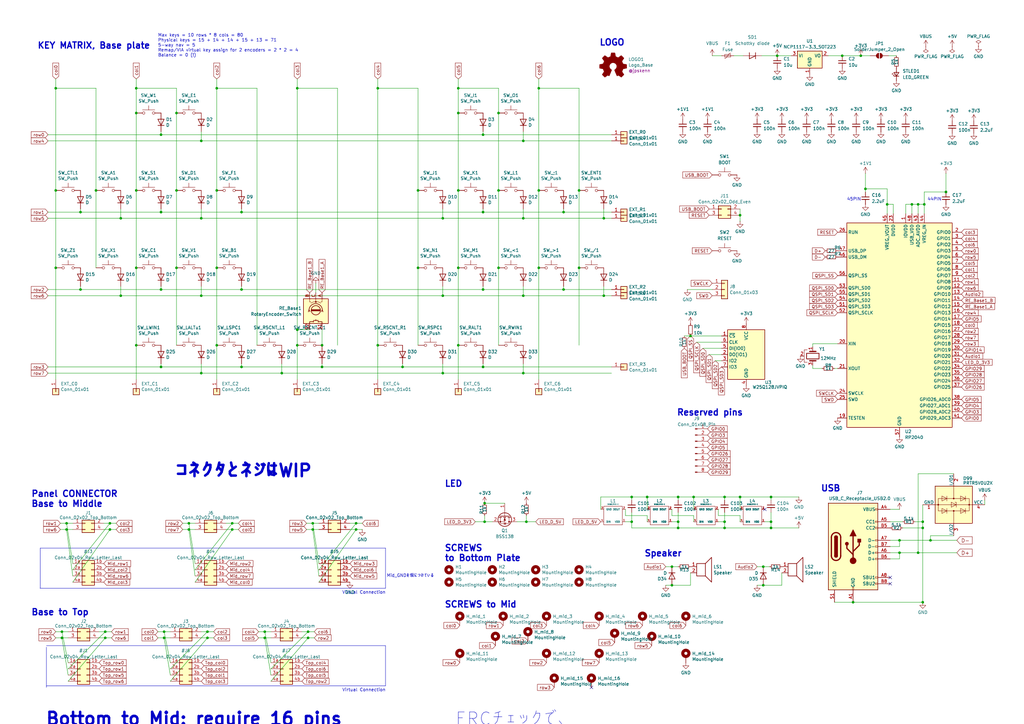
<source format=kicad_sch>
(kicad_sch (version 20231120) (generator "eeschema") (generator_version "8.0")
  (paper "A3")
  (title_block (title "Sandy") (date "2023-01-04") (rev "v.0") (company "@jpskenn"))
  (bus_alias "def-a" (members "row0" "row5" "col0" "col1"))
  (junction (at 33.02 86.995))
  (junction (at 198.12 55.245))
  (junction (at 247.65 121.285))
  (junction (at 259.08 203.835))
  (junction (at 27.305 217.17))
  (junction (at 33.02 118.745))
  (junction (at 363.855 83.82))
  (junction (at 214.63 89.535))
  (junction (at 66.04 150.495))
  (junction (at 284.48 203.835))
  (junction (at 297.18 203.835))
  (junction (at 165.1 150.495))
  (junction (at 25.4 261.62))
  (junction (at 204.47 109.855))
  (junction (at 198.12 118.745))
  (junction (at 376.555 226.695))
  (junction (at 154.94 36.195))
  (junction (at 275.59 232.41))
  (junction (at 353.06 22.86))
  (junction (at 215.9 213.995))
  (junction (at 198.755 213.995))
  (junction (at 55.88 78.105))
  (junction (at 278.13 203.835))
  (junction (at 39.37 78.105))
  (junction (at 259.08 213.995))
  (junction (at 25.4 259.08))
  (junction (at 99.06 86.995))
  (junction (at 67.31 261.62))
  (junction (at 318.77 22.86))
  (junction (at 181.61 89.535))
  (junction (at 374.015 83.82))
  (junction (at 67.31 259.08))
  (junction (at 316.23 213.995))
  (junction (at 376.555 83.82))
  (junction (at 297.18 213.995))
  (junction (at 198.12 86.995))
  (junction (at 187.96 109.855))
  (junction (at 220.98 109.855))
  (junction (at 171.45 78.105))
  (junction (at 88.9 36.195))
  (junction (at 132.08 141.605))
  (junction (at 181.61 121.285))
  (junction (at 379.095 83.82))
  (junction (at 171.45 109.855))
  (junction (at 303.53 203.835))
  (junction (at 146.05 217.17))
  (junction (at 55.88 36.195))
  (junction (at 187.96 141.605))
  (junction (at 214.63 57.785))
  (junction (at 115.57 153.035))
  (junction (at 214.63 153.035))
  (junction (at 49.53 89.535))
  (junction (at 275.59 240.03))
  (junction (at 82.55 153.035))
  (junction (at 154.94 141.605))
  (junction (at 66.04 55.245))
  (junction (at 313.055 240.03))
  (junction (at 354.965 77.47))
  (junction (at 283.21 137.795))
  (junction (at 265.43 203.835))
  (junction (at 82.55 89.535))
  (junction (at 55.88 109.855))
  (junction (at 237.49 109.855))
  (junction (at 95.25 217.17))
  (junction (at 121.92 135.255))
  (junction (at 121.92 141.605))
  (junction (at 43.18 261.62))
  (junction (at 231.14 86.995))
  (junction (at 126.365 261.62))
  (junction (at 220.98 36.195))
  (junction (at 132.08 150.495))
  (junction (at 297.18 216.535))
  (junction (at 66.04 118.745))
  (junction (at 316.23 203.835))
  (junction (at 82.55 121.285))
  (junction (at 378.46 216.535))
  (junction (at 345.44 22.86))
  (junction (at 99.06 118.745))
  (junction (at 278.13 216.535))
  (junction (at 85.09 259.08))
  (junction (at 128.27 217.17))
  (junction (at 368.935 226.695))
  (junction (at 247.65 89.535))
  (junction (at 181.61 153.035))
  (junction (at 349.885 247.015))
  (junction (at 95.25 214.63))
  (junction (at 45.085 214.63))
  (junction (at 204.47 78.105))
  (junction (at 72.39 46.355))
  (junction (at 237.49 78.105))
  (junction (at 49.53 121.285))
  (junction (at 231.14 118.745))
  (junction (at 220.98 78.105))
  (junction (at 303.53 88.265))
  (junction (at 198.755 206.375))
  (junction (at 22.86 109.855))
  (junction (at 88.9 78.105))
  (junction (at 316.23 216.535))
  (junction (at 55.88 141.605))
  (junction (at 387.985 78.74))
  (junction (at 368.935 221.615))
  (junction (at 85.09 261.62))
  (junction (at 204.47 46.355))
  (junction (at 381.635 221.615))
  (junction (at 77.47 214.63))
  (junction (at 72.39 109.855))
  (junction (at 88.9 109.855))
  (junction (at 378.46 213.995))
  (junction (at 278.13 213.995))
  (junction (at 313.055 232.41))
  (junction (at 187.96 36.195))
  (junction (at 77.47 217.17))
  (junction (at 45.085 217.17))
  (junction (at 82.55 57.785))
  (junction (at 108.585 259.08))
  (junction (at 43.18 259.08))
  (junction (at 214.63 121.285))
  (junction (at 198.12 150.495))
  (junction (at 66.04 86.995))
  (junction (at 187.96 46.355))
  (junction (at 187.96 78.105))
  (junction (at 99.06 150.495))
  (junction (at 72.39 78.105))
  (junction (at 22.86 78.105))
  (junction (at 55.88 46.355))
  (junction (at 88.9 141.605))
  (junction (at 126.365 259.08))
  (junction (at 27.305 214.63))
  (junction (at 378.46 247.015))
  (junction (at 121.92 36.195))
  (junction (at 108.585 261.62))
  (junction (at 128.27 214.63))
  (junction (at 22.86 36.195))
  (junction (at 146.05 214.63))
  (no_connect (at 365.125 236.855))
  (no_connect (at 313.69 208.915))
  (no_connect (at 365.125 239.395))
  (no_connect (at 242.57 281.94))
  (wire (pts (xy 19.685 150.495) (xy 66.04 150.495)))
  (wire (pts (xy 154.94 141.605) (xy 154.94 155.575)))
  (wire (pts (xy 198.12 53.975) (xy 198.12 55.245)))
  (wire (pts (xy 77.47 217.17) (xy 80.01 217.17)))
  (wire (pts (xy 132.08 135.255) (xy 132.08 141.605)))
  (polyline (pts (xy 16.51 224.79) (xy 158.115 224.79)))
  (wire (pts (xy 80.01 233.68) (xy 95.25 214.63)))
  (wire (pts (xy 92.71 217.17) (xy 95.25 217.17)))
  (wire (pts (xy 130.81 233.68) (xy 146.05 214.63)))
  (wire (pts (xy 82.55 57.785) (xy 214.63 57.785)))
  (wire (pts (xy 19.685 153.035) (xy 82.55 153.035)))
  (wire (pts (xy 370.205 216.535) (xy 378.46 216.535)))
  (wire (pts (xy 22.86 32.385) (xy 22.86 36.195)))
  (wire (pts (xy 69.85 276.86) (xy 67.31 261.62)))
  (wire (pts (xy 99.06 117.475) (xy 99.06 118.745)))
  (wire (pts (xy 27.94 279.4) (xy 43.18 261.62)))
  (wire (pts (xy 316.23 203.835) (xy 327.66 203.835)))
  (wire (pts (xy 292.1 22.86) (xy 295.91 22.86)))
  (wire (pts (xy 265.43 211.455) (xy 265.43 213.995)))
  (wire (pts (xy 297.18 216.535) (xy 316.23 216.535)))
  (wire (pts (xy 126.365 261.62) (xy 128.905 261.62)))
  (wire (pts (xy 66.04 86.995) (xy 99.06 86.995)))
  (wire (pts (xy 365.125 226.695) (xy 368.935 226.695)))
  (wire (pts (xy 281.94 118.745) (xy 292.1 118.745)))
  (wire (pts (xy 181.61 153.035) (xy 181.61 149.225)))
  (wire (pts (xy 111.125 271.78) (xy 108.585 259.08)))
  (wire (pts (xy 95.25 214.63) (xy 97.79 214.63)))
  (wire (pts (xy 22.86 36.195) (xy 39.37 36.195)))
  (wire (pts (xy 256.54 213.995) (xy 259.08 213.995)))
  (wire (pts (xy 165.1 150.495) (xy 198.12 150.495)))
  (wire (pts (xy 303.53 85.725) (xy 303.53 88.265)))
  (wire (pts (xy 171.45 36.195) (xy 171.45 78.105)))
  (wire (pts (xy 45.085 214.63) (xy 47.625 214.63)))
  (wire (pts (xy 342.265 151.13) (xy 343.535 151.13)))
  (wire (pts (xy 69.85 271.78) (xy 67.31 259.08)))
  (wire (pts (xy 138.43 36.195) (xy 138.43 141.605)))
  (wire (pts (xy 29.845 231.14) (xy 27.305 214.63)))
  (wire (pts (xy 74.93 217.17) (xy 77.47 217.17)))
  (wire (pts (xy 365.125 224.155) (xy 368.935 224.155)))
  (wire (pts (xy 320.675 234.95) (xy 320.675 240.03)))
  (wire (pts (xy 29.845 233.68) (xy 45.085 214.63)))
  (wire (pts (xy 374.015 83.82) (xy 376.555 83.82)))
  (wire (pts (xy 69.85 274.32) (xy 85.09 259.08)))
  (wire (pts (xy 99.06 149.225) (xy 99.06 150.495)))
  (wire (pts (xy 303.53 203.835) (xy 316.23 203.835)))
  (wire (pts (xy 92.71 214.63) (xy 95.25 214.63)))
  (wire (pts (xy 284.48 211.455) (xy 284.48 213.995)))
  (wire (pts (xy 376.555 83.82) (xy 376.555 87.63)))
  (wire (pts (xy 368.935 221.615) (xy 368.935 224.155)))
  (wire (pts (xy 353.06 22.86) (xy 356.87 22.86)))
  (wire (pts (xy 187.96 36.195) (xy 187.96 46.355)))
  (wire (pts (xy 342.265 247.015) (xy 349.885 247.015)))
  (wire (pts (xy 290.83 145.415) (xy 295.91 145.415)))
  (wire (pts (xy 294.64 213.995) (xy 297.18 213.995)))
  (wire (pts (xy 125.73 217.17) (xy 128.27 217.17)))
  (wire (pts (xy 49.53 121.285) (xy 82.55 121.285)))
  (wire (pts (xy 403.86 205.105) (xy 403.86 207.01)))
  (wire (pts (xy 72.39 46.355) (xy 72.39 78.105)))
  (wire (pts (xy 333.375 151.13) (xy 337.185 151.13)))
  (polyline (pts (xy 158.115 264.795) (xy 158.115 281.305)))
  (wire (pts (xy 204.47 109.855) (xy 204.47 141.605)))
  (wire (pts (xy 72.39 78.105) (xy 72.39 109.855)))
  (wire (pts (xy 371.475 83.82) (xy 374.015 83.82)))
  (wire (pts (xy 273.05 240.03) (xy 275.59 240.03)))
  (wire (pts (xy 237.49 36.195) (xy 237.49 78.105)))
  (wire (pts (xy 284.48 203.835) (xy 284.48 208.915)))
  (wire (pts (xy 95.25 217.17) (xy 97.79 217.17)))
  (wire (pts (xy 99.06 86.995) (xy 198.12 86.995)))
  (wire (pts (xy 333.375 140.97) (xy 333.375 142.24)))
  (wire (pts (xy 378.46 207.01) (xy 378.46 213.995)))
  (wire (pts (xy 77.47 214.63) (xy 80.01 214.63)))
  (wire (pts (xy 49.53 89.535) (xy 82.55 89.535)))
  (wire (pts (xy 121.92 141.605) (xy 121.92 155.575)))
  (wire (pts (xy 55.88 141.605) (xy 55.88 155.575)))
  (wire (pts (xy 171.45 109.855) (xy 171.45 141.605)))
  (wire (pts (xy 19.685 86.995) (xy 33.02 86.995)))
  (wire (pts (xy 237.49 109.855) (xy 237.49 141.605)))
  (wire (pts (xy 129.54 116.205) (xy 129.54 120.015)))
  (wire (pts (xy 275.59 213.995) (xy 278.13 213.995)))
  (wire (pts (xy 187.96 141.605) (xy 187.96 155.575)))
  (wire (pts (xy 376.555 226.695) (xy 392.43 226.695)))
  (wire (pts (xy 231.14 86.995) (xy 250.825 86.995)))
  (wire (pts (xy 198.12 117.475) (xy 198.12 118.745)))
  (wire (pts (xy 247.65 85.725) (xy 247.65 89.535)))
  (wire (pts (xy 285.75 140.335) (xy 295.91 140.335)))
  (wire (pts (xy 108.585 259.08) (xy 111.125 259.08)))
  (wire (pts (xy 27.305 214.63) (xy 29.845 214.63)))
  (polyline (pts (xy 19.05 281.305) (xy 158.115 281.305)))
  (wire (pts (xy 72.39 109.855) (xy 72.39 141.605)))
  (wire (pts (xy 215.9 213.995) (xy 219.71 213.995)))
  (wire (pts (xy 204.47 78.105) (xy 204.47 109.855)))
  (wire (pts (xy 19.685 55.245) (xy 66.04 55.245)))
  (wire (pts (xy 85.09 261.62) (xy 82.55 261.62)))
  (wire (pts (xy 66.04 53.975) (xy 66.04 55.245)))
  (wire (pts (xy 29.845 236.22) (xy 27.305 217.17)))
  (wire (pts (xy 318.77 22.86) (xy 324.485 22.86)))
  (wire (pts (xy 64.77 261.62) (xy 67.31 261.62)))
  (wire (pts (xy 181.61 153.035) (xy 214.63 153.035)))
  (wire (pts (xy 349.885 247.015) (xy 378.46 247.015)))
  (wire (pts (xy 368.935 229.235) (xy 365.125 229.235)))
  (wire (pts (xy 49.53 85.725) (xy 49.53 89.535)))
  (wire (pts (xy 88.9 32.385) (xy 88.9 36.195)))
  (wire (pts (xy 111.125 276.86) (xy 108.585 261.62)))
  (wire (pts (xy 194.945 213.995) (xy 198.755 213.995)))
  (wire (pts (xy 99.06 85.725) (xy 99.06 86.995)))
  (wire (pts (xy 43.18 261.62) (xy 40.64 261.62)))
  (wire (pts (xy 45.085 217.17) (xy 47.625 217.17)))
  (wire (pts (xy 82.55 121.285) (xy 181.61 121.285)))
  (wire (pts (xy 265.43 203.835) (xy 265.43 208.915)))
  (wire (pts (xy 288.29 142.875) (xy 295.91 142.875)))
  (wire (pts (xy 259.08 203.835) (xy 259.08 205.105)))
  (wire (pts (xy 126.365 261.62) (xy 123.825 261.62)))
  (wire (pts (xy 297.18 203.835) (xy 303.53 203.835)))
  (wire (pts (xy 391.16 219.71) (xy 381.635 219.71)))
  (wire (pts (xy 275.59 208.915) (xy 275.59 211.455)))
  (wire (pts (xy 82.55 117.475) (xy 82.55 121.285)))
  (wire (pts (xy 181.61 121.285) (xy 214.63 121.285)))
  (wire (pts (xy 231.14 85.725) (xy 231.14 86.995)))
  (wire (pts (xy 275.59 232.41) (xy 278.13 232.41)))
  (wire (pts (xy 72.39 36.195) (xy 55.88 36.195)))
  (wire (pts (xy 368.935 208.915) (xy 365.125 208.915)))
  (wire (pts (xy 66.04 150.495) (xy 99.06 150.495)))
  (wire (pts (xy 55.88 78.105) (xy 55.88 109.855)))
  (wire (pts (xy 99.06 118.745) (xy 198.12 118.745)))
  (wire (pts (xy 125.73 214.63) (xy 128.27 214.63)))
  (wire (pts (xy 19.685 121.285) (xy 49.53 121.285)))
  (wire (pts (xy 256.54 208.915) (xy 256.54 211.455)))
  (wire (pts (xy 33.02 86.995) (xy 66.04 86.995)))
  (wire (pts (xy 320.675 240.03) (xy 313.055 240.03)))
  (wire (pts (xy 138.43 36.195) (xy 121.92 36.195)))
  (wire (pts (xy 198.12 149.225) (xy 198.12 150.495)))
  (wire (pts (xy 126.365 259.08) (xy 128.905 259.08)))
  (wire (pts (xy 214.63 121.285) (xy 247.65 121.285)))
  (wire (pts (xy 22.86 109.855) (xy 22.86 155.575)))
  (wire (pts (xy 212.09 213.995) (xy 215.9 213.995)))
  (wire (pts (xy 294.64 208.915) (xy 294.64 211.455)))
  (wire (pts (xy 24.765 217.17) (xy 27.305 217.17)))
  (wire (pts (xy 354.965 77.47) (xy 354.965 78.74)))
  (wire (pts (xy 278.13 210.185) (xy 278.13 213.995)))
  (wire (pts (xy 214.63 57.785) (xy 250.825 57.785)))
  (wire (pts (xy 378.46 216.535) (xy 378.46 247.015)))
  (wire (pts (xy 247.65 89.535) (xy 250.825 89.535)))
  (wire (pts (xy 303.53 203.835) (xy 303.53 208.915)))
  (wire (pts (xy 29.845 238.76) (xy 45.085 217.17)))
  (wire (pts (xy 72.39 36.195) (xy 72.39 46.355)))
  (wire (pts (xy 25.4 261.62) (xy 27.94 261.62)))
  (wire (pts (xy 181.61 117.475) (xy 181.61 121.285)))
  (wire (pts (xy 154.94 32.385) (xy 154.94 36.195)))
  (wire (pts (xy 294.64 211.455) (xy 303.53 211.455)))
  (wire (pts (xy 187.96 32.385) (xy 187.96 36.195)))
  (wire (pts (xy 303.53 88.265) (xy 303.53 90.805)))
  (wire (pts (xy 278.13 216.535) (xy 297.18 216.535)))
  (wire (pts (xy 368.935 221.615) (xy 381.635 221.615)))
  (wire (pts (xy 45.72 261.62) (xy 43.18 261.62)))
  (wire (pts (xy 111.125 274.32) (xy 126.365 259.08)))
  (wire (pts (xy 310.515 232.41) (xy 313.055 232.41)))
  (wire (pts (xy 27.94 274.32) (xy 43.18 259.08)))
  (wire (pts (xy 368.935 226.695) (xy 368.935 229.235)))
  (wire (pts (xy 204.47 46.355) (xy 204.47 78.105)))
  (wire (pts (xy 42.545 214.63) (xy 45.085 214.63)))
  (polyline (pts (xy 16.51 224.79) (xy 16.51 241.3)))
  (wire (pts (xy 80.01 236.22) (xy 77.47 217.17)))
  (wire (pts (xy 115.57 149.225) (xy 115.57 153.035)))
  (wire (pts (xy 381.635 221.615) (xy 392.43 221.615)))
  (wire (pts (xy 74.93 214.63) (xy 77.47 214.63)))
  (wire (pts (xy 198.12 86.995) (xy 231.14 86.995)))
  (wire (pts (xy 88.9 109.855) (xy 88.9 141.605)))
  (wire (pts (xy 379.095 83.82) (xy 379.095 87.63)))
  (wire (pts (xy 381.635 219.71) (xy 381.635 221.615)))
  (wire (pts (xy 115.57 153.035) (xy 181.61 153.035)))
  (wire (pts (xy 198.755 213.995) (xy 201.93 213.995)))
  (wire (pts (xy 171.45 78.105) (xy 171.45 109.855)))
  (wire (pts (xy 55.88 109.855) (xy 55.88 141.605)))
  (wire (pts (xy 121.92 36.195) (xy 121.92 135.255)))
  (wire (pts (xy 49.53 117.475) (xy 49.53 121.285)))
  (wire (pts (xy 366.395 83.82) (xy 363.855 83.82)))
  (wire (pts (xy 108.585 261.62) (xy 111.125 261.62)))
  (wire (pts (xy 316.23 213.995) (xy 316.23 216.535)))
  (wire (pts (xy 40.64 259.08) (xy 43.18 259.08)))
  (wire (pts (xy 22.86 259.08) (xy 25.4 259.08)))
  (wire (pts (xy 275.59 211.455) (xy 284.48 211.455)))
  (wire (pts (xy 198.12 150.495) (xy 250.825 150.495)))
  (wire (pts (xy 375.285 213.995) (xy 378.46 213.995)))
  (polyline (pts (xy 16.4007 241.3) (xy 158.115 241.3)))
  (wire (pts (xy 146.05 214.63) (xy 148.59 214.63)))
  (wire (pts (xy 370.205 213.995) (xy 365.125 213.995)))
  (wire (pts (xy 293.37 147.955) (xy 295.91 147.955)))
  (wire (pts (xy 204.47 36.195) (xy 204.47 46.355)))
  (wire (pts (xy 128.27 217.17) (xy 130.81 217.17)))
  (wire (pts (xy 283.21 234.95) (xy 283.21 240.03)))
  (wire (pts (xy 214.63 149.225) (xy 214.63 153.035)))
  (wire (pts (xy 22.86 78.105) (xy 22.86 109.855)))
  (wire (pts (xy 313.055 232.41) (xy 315.595 232.41)))
  (wire (pts (xy 363.855 83.82) (xy 363.855 87.63)))
  (wire (pts (xy 265.43 203.835) (xy 278.13 203.835)))
  (wire (pts (xy 378.46 213.995) (xy 378.46 216.535)))
  (wire (pts (xy 187.96 109.855) (xy 187.96 141.605)))
  (wire (pts (xy 220.98 36.195) (xy 220.98 78.105)))
  (wire (pts (xy 313.69 213.995) (xy 316.23 213.995)))
  (wire (pts (xy 33.02 85.725) (xy 33.02 86.995)))
  (wire (pts (xy 66.04 118.745) (xy 99.06 118.745)))
  (wire (pts (xy 345.44 22.86) (xy 353.06 22.86)))
  (wire (pts (xy 106.045 259.08) (xy 108.585 259.08)))
  (wire (pts (xy 121.92 135.255) (xy 127 135.255)))
  (wire (pts (xy 105.41 36.195) (xy 105.41 141.605)))
  (wire (pts (xy 316.23 216.535) (xy 327.66 216.535)))
  (wire (pts (xy 237.49 36.195) (xy 220.98 36.195)))
  (wire (pts (xy 33.02 117.475) (xy 33.02 118.745)))
  (wire (pts (xy 25.4 259.08) (xy 27.94 259.08)))
  (wire (pts (xy 130.81 231.14) (xy 128.27 214.63)))
  (wire (pts (xy 143.51 214.63) (xy 146.05 214.63)))
  (polyline (pts (xy 19.05 265.43) (xy 19.05 281.94)))
  (wire (pts (xy 19.685 89.535) (xy 49.53 89.535)))
  (wire (pts (xy 88.9 36.195) (xy 88.9 78.105)))
  (wire (pts (xy 33.02 118.745) (xy 66.04 118.745)))
  (wire (pts (xy 39.37 36.195) (xy 39.37 78.105)))
  (wire (pts (xy 237.49 78.105) (xy 237.49 109.855)))
  (wire (pts (xy 284.48 203.835) (xy 297.18 203.835)))
  (wire (pts (xy 198.12 118.745) (xy 231.14 118.745)))
  (wire (pts (xy 297.18 210.185) (xy 297.18 213.995)))
  (wire (pts (xy 214.63 85.725) (xy 214.63 89.535)))
  (wire (pts (xy 132.08 150.495) (xy 165.1 150.495)))
  (wire (pts (xy 19.685 118.745) (xy 33.02 118.745)))
  (wire (pts (xy 67.31 259.08) (xy 69.85 259.08)))
  (wire (pts (xy 371.475 83.82) (xy 371.475 87.63)))
  (wire (pts (xy 297.18 203.835) (xy 297.18 205.105)))
  (wire (pts (xy 391.16 194.31) (xy 376.555 194.31)))
  (wire (pts (xy 303.53 211.455) (xy 303.53 213.995)))
  (wire (pts (xy 387.985 71.12) (xy 387.985 78.74)))
  (wire (pts (xy 99.06 150.495) (xy 132.08 150.495)))
  (wire (pts (xy 220.98 78.105) (xy 220.98 109.855)))
  (wire (pts (xy 80.01 231.14) (xy 77.47 214.63)))
  (wire (pts (xy 365.125 221.615) (xy 368.935 221.615)))
  (wire (pts (xy 111.125 279.4) (xy 126.365 261.62)))
  (wire (pts (xy 250.825 121.285) (xy 247.65 121.285)))
  (wire (pts (xy 259.08 203.835) (xy 265.43 203.835)))
  (wire (pts (xy 130.81 238.76) (xy 146.05 217.17)))
  (wire (pts (xy 214.63 89.535) (xy 247.65 89.535)))
  (wire (pts (xy 130.81 236.22) (xy 128.27 217.17)))
  (wire (pts (xy 27.94 271.78) (xy 25.4 259.08)))
  (wire (pts (xy 273.05 232.41) (xy 275.59 232.41)))
  (wire (pts (xy 363.855 77.47) (xy 363.855 83.82)))
  (wire (pts (xy 214.63 153.035) (xy 250.825 153.035)))
  (wire (pts (xy 283.21 240.03) (xy 275.59 240.03)))
  (wire (pts (xy 19.685 57.785) (xy 82.55 57.785)))
  (wire (pts (xy 354.965 77.47) (xy 363.855 77.47)))
  (wire (pts (xy 246.38 203.835) (xy 246.38 208.915)))
  (wire (pts (xy 82.55 153.035) (xy 115.57 153.035)))
  (wire (pts (xy 214.63 117.475) (xy 214.63 121.285)))
  (wire (pts (xy 128.27 214.63) (xy 130.81 214.63)))
  (wire (pts (xy 220.98 109.855) (xy 220.98 155.575)))
  (wire (pts (xy 55.88 32.385) (xy 55.88 36.195)))
  (wire (pts (xy 256.54 211.455) (xy 265.43 211.455)))
  (wire (pts (xy 215.9 211.455) (xy 215.9 213.995)))
  (wire (pts (xy 376.555 83.82) (xy 379.095 83.82)))
  (wire (pts (xy 187.96 78.105) (xy 187.96 109.855)))
  (wire (pts (xy 297.18 213.995) (xy 297.18 216.535)))
  (wire (pts (xy 64.77 259.08) (xy 67.31 259.08)))
  (wire (pts (xy 42.545 217.17) (xy 45.085 217.17)))
  (wire (pts (xy 278.13 213.995) (xy 278.13 216.535)))
  (wire (pts (xy 280.67 137.795) (xy 283.21 137.795)))
  (wire (pts (xy 43.18 259.08) (xy 45.72 259.08)))
  (wire (pts (xy 88.9 78.105) (xy 88.9 109.855)))
  (wire (pts (xy 171.45 36.195) (xy 154.94 36.195)))
  (wire (pts (xy 204.47 36.195) (xy 187.96 36.195)))
  (wire (pts (xy 85.09 259.08) (xy 87.63 259.08)))
  (wire (pts (xy 246.38 203.835) (xy 259.08 203.835)))
  (wire (pts (xy 316.23 210.185) (xy 316.23 213.995)))
  (wire (pts (xy 106.045 261.62) (xy 108.585 261.62)))
  (wire (pts (xy 181.61 89.535) (xy 214.63 89.535)))
  (wire (pts (xy 82.55 259.08) (xy 85.09 259.08)))
  (wire (pts (xy 181.61 85.725) (xy 181.61 89.535)))
  (wire (pts (xy 333.375 149.86) (xy 333.375 151.13)))
  (wire (pts (xy 368.935 226.695) (xy 376.555 226.695)))
  (wire (pts (xy 310.515 240.03) (xy 313.055 240.03)))
  (wire (pts (xy 132.08 149.225) (xy 132.08 150.495)))
  (wire (pts (xy 312.42 22.86) (xy 318.77 22.86)))
  (wire (pts (xy 376.555 194.31) (xy 376.555 226.695)))
  (wire (pts (xy 146.05 217.17) (xy 148.59 217.17)))
  (wire (pts (xy 379.095 78.74) (xy 379.095 83.82)))
  (wire (pts (xy 339.725 22.86) (xy 345.44 22.86)))
  (wire (pts (xy 259.08 216.535) (xy 278.13 216.535)))
  (wire (pts (xy 87.63 261.62) (xy 85.09 261.62)))
  (wire (pts (xy 367.665 22.86) (xy 364.49 22.86)))
  (wire (pts (xy 333.375 140.97) (xy 343.535 140.97)))
  (wire (pts (xy 24.765 214.63) (xy 27.305 214.63)))
  (wire (pts (xy 66.04 149.225) (xy 66.04 150.495)))
  (wire (pts (xy 66.04 117.475) (xy 66.04 118.745)))
  (wire (pts (xy 247.65 117.475) (xy 247.65 121.285)))
  (wire (pts (xy 105.41 36.195) (xy 88.9 36.195)))
  (wire (pts (xy 66.04 55.245) (xy 198.12 55.245)))
  (wire (pts (xy 316.23 203.835) (xy 316.23 205.105)))
  (wire (pts (xy 154.94 36.195) (xy 154.94 141.605)))
  (wire (pts (xy 259.08 213.995) (xy 259.08 210.185)))
  (wire (pts (xy 187.96 46.355) (xy 187.96 78.105)))
  (wire (pts (xy 69.85 279.4) (xy 85.09 261.62)))
  (wire (pts (xy 82.55 149.225) (xy 82.55 153.035)))
  (wire (pts (xy 231.14 117.475) (xy 231.14 118.745)))
  (wire (pts (xy 39.37 78.105) (xy 39.37 109.855)))
  (wire (pts (xy 165.1 149.225) (xy 165.1 150.495)))
  (wire (pts (xy 80.01 238.76) (xy 95.25 217.17)))
  (wire (pts (xy 283.21 137.795) (xy 295.91 137.795)))
  (wire (pts (xy 55.88 46.355) (xy 55.88 78.105)))
  (polyline (pts (xy 158.115 224.79) (xy 158.115 241.3)))
  (wire (pts (xy 387.985 78.74) (xy 379.095 78.74)))
  (wire (pts (xy 121.92 135.255) (xy 121.92 141.605)))
  (wire (pts (xy 27.94 276.86) (xy 25.4 261.62)))
  (wire (pts (xy 354.965 71.12) (xy 354.965 77.47)))
  (wire (pts (xy 198.755 206.375) (xy 207.01 206.375)))
  (wire (pts (xy 22.86 261.62) (xy 25.4 261.62)))
  (wire (pts (xy 82.55 89.535) (xy 181.61 89.535)))
  (wire (pts (xy 259.08 216.535) (xy 259.08 213.995)))
  (wire (pts (xy 82.55 53.975) (xy 82.55 57.785)))
  (wire (pts (xy 374.015 83.82) (xy 374.015 87.63)))
  (wire (pts (xy 231.14 118.745) (xy 250.825 118.745)))
  (wire (pts (xy 278.13 203.835) (xy 278.13 205.105)))
  (wire (pts (xy 143.51 217.17) (xy 146.05 217.17)))
  (wire (pts (xy 198.755 211.455) (xy 198.755 213.995)))
  (wire (pts (xy 214.63 53.975) (xy 214.63 57.785)))
  (wire (pts (xy 220.98 32.385) (xy 220.98 36.195)))
  (wire (pts (xy 123.825 259.08) (xy 126.365 259.08)))
  (wire (pts (xy 66.04 85.725) (xy 66.04 86.995)))
  (wire (pts (xy 22.86 36.195) (xy 22.86 78.105)))
  (wire (pts (xy 121.92 32.385) (xy 121.92 36.195)))
  (wire (pts (xy 198.12 55.245) (xy 250.825 55.245)))
  (wire (pts (xy 198.12 85.725) (xy 198.12 86.995)))
  (wire (pts (xy 278.13 203.835) (xy 284.48 203.835)))
  (wire (pts (xy 88.9 141.605) (xy 88.9 155.575)))
  (wire (pts (xy 55.88 36.195) (xy 55.88 46.355)))
  (wire (pts (xy 366.395 83.82) (xy 366.395 87.63)))
  (wire (pts (xy 82.55 85.725) (xy 82.55 89.535)))
  (polyline (pts (xy 19.05 264.795) (xy 158.115 264.795)))
  (wire (pts (xy 27.305 217.17) (xy 29.845 217.17)))
  (wire (pts (xy 67.31 261.62) (xy 69.85 261.62)))
  (wire (pts (xy 300.99 22.86) (xy 304.8 22.86)))
  (text "SCREWS to Mid" (at 182.245 249.555 0) (effects (font (size 2.54 2.54) (thickness 0.508) (bold yes)) (justify left bottom)))
  (text "コネクタとネジはWIP" (at 71.12 196.215 0) (effects (font (size 5.08 5.08) (thickness 1.016) (bold yes)) (justify left bottom)))
  (text "Mid_GNDを仮につけている\n" (at 168.275 236.22 0) (effects (font (size 1.27 1.27))))
  (text "SCREWS\nto Bottom Plate" (at 182.245 230.505 0) (effects (font (size 2.54 2.54) (thickness 0.508) (bold yes)) (justify left bottom)))
  (text "Speaker" (at 264.16 228.6 0) (effects (font (size 2.54 2.54) (thickness 0.508) (bold yes)) (justify left bottom)))
  (text "Virtual Connection" (at 140.335 283.845 0) (effects (font (size 1.27 1.27)) (justify left bottom)))
  (text "Virtual Connection" (at 140.335 243.84 0) (effects (font (size 1.27 1.27)) (justify left bottom)))
  (text "Bottom to Mid: require 16 pins\n\nMid to Top: require 13 pins" (at 18.415 314.325 0) (effects (font (size 5.08 5.08) (thickness 1.016) (bold yes)) (justify left bottom)))
  (text "Panel CONNECTOR\nBase to Middle" (at 12.7 208.28 0) (effects (font (size 2.54 2.54) (thickness 0.508) (bold yes)) (justify left bottom)))
  (text "44PIN" (at 380.365 82.55 0) (effects (font (size 1.27 1.27)) (justify left bottom)))
  (text "USB" (at 336.55 201.93 0) (effects (font (size 2.54 2.54) (thickness 0.508) (bold yes)) (justify left bottom)))
  (text "LOGO" (at 245.745 19.05 0) (effects (font (size 2.54 2.54) (thickness 0.508) (bold yes)) (justify left bottom)))
  (text "45PIN" (at 347.345 82.55 0) (effects (font (size 1.27 1.27)) (justify left bottom)))
  (text "Reserved pins" (at 277.495 170.815 0) (effects (font (size 2.54 2.54) (thickness 0.508) (bold yes)) (justify left bottom)))
  (text "Base to Top" (at 12.7 252.73 0) (effects (font (size 2.54 2.54) (thickness 0.508) (bold yes)) (justify left bottom)))
  (text "LED" (at 182.245 200.025 0) (effects (font (size 2.54 2.54) (thickness 0.508) (bold yes)) (justify left bottom)))
  (text "ERCチェックで、\nTopとMidのラベルが見つからないのはOK。\n（別プロジェクトでやる）" (at 186.69 314.325 0) (effects (font (size 5.08 5.08)) (justify left bottom)))
  (text "KEY MATRIX, Base plate" (at 15.24 20.32 0) (effects (font (size 2.54 2.54) (thickness 0.508) (bold yes)) (justify left bottom)))
  (text "Max keys = 10 rows * 8 cols = 80\nPhysical keys = 15 + 14 + 14 + 15 + 13 = 71\n5-way nav = 5\nRemap/VIA virtual key assign for 2 encoders = 2 * 2 = 4\nBalance = 0 (!)" (at 64.77 23.495 0) (effects (font (size 1.27 1.27)) (justify left bottom)))
  (global_label "col2" (shape input) (at 47.625 214.63 0) (property "Intersheetrefs" "${INTERSHEET_REFS}" (effects (hide yes))) (property "シート間のリファレンス" "${INTERSHEET_REFS}" (effects (hide yes))))
  (global_label "row6" (shape input) (at 263.525 256.54 180) (property "Intersheetrefs" "${INTERSHEET_REFS}" (effects (hide yes))) (property "シート間のリファレンス" "${INTERSHEET_REFS}" (effects (hide yes))))
  (global_label "QSPI_SD0" (shape input) (at 343.535 118.11 180) (property "Intersheetrefs" "${INTERSHEET_REFS}" (effects (hide yes))))
  (global_label "row3" (shape input) (at 19.685 150.495 180) (property "Intersheetrefs" "${INTERSHEET_REFS}" (effects (hide yes))) (property "シート間のリファレンス" "${INTERSHEET_REFS}" (effects (hide yes))))
  (global_label "GPIO14" (shape input) (at 394.335 143.51 0) (property "Intersheetrefs" "${INTERSHEET_REFS}" (effects (hide yes))))
  (global_label "col4" (shape input) (at 394.335 97.79 0) (property "Intersheetrefs" "${INTERSHEET_REFS}" (effects (hide yes))) (property "シート間のリファレンス" "${INTERSHEET_REFS}" (effects (hide yes))))
  (global_label "col6" (shape input) (at 220.98 32.385 90) (property "Intersheetrefs" "${INTERSHEET_REFS}" (effects (hide yes))) (property "シート間のリファレンス" "${INTERSHEET_REFS}" (effects (hide yes))))
  (global_label "GPIO28" (shape input) (at 394.335 153.67 0) (property "Intersheetrefs" "${INTERSHEET_REFS}" (effects (hide yes))))
  (global_label "row3" (shape input) (at 227.33 281.94 180) (property "Intersheetrefs" "${INTERSHEET_REFS}" (effects (hide yes))) (property "シート間のリファレンス" "${INTERSHEET_REFS}" (effects (hide yes))))
  (global_label "Top_row2" (shape input) (at 123.825 279.4 0) (property "Intersheetrefs" "${INTERSHEET_REFS}" (effects (hide yes))) (property "シート間のリファレンス" "${INTERSHEET_REFS}" (effects (hide yes))))
  (global_label "D-" (shape input) (at 338.455 105.41 180) (property "Intersheetrefs" "${INTERSHEET_REFS}" (effects (hide yes))))
  (global_label "Mid_row3" (shape input) (at 143.51 231.14 0) (property "Intersheetrefs" "${INTERSHEET_REFS}" (effects (hide yes))) (property "シート間のリファレンス" "${INTERSHEET_REFS}" (effects (hide yes))))
  (global_label "Mid_row6" (shape input) (at 42.545 236.22 0) (property "Intersheetrefs" "${INTERSHEET_REFS}" (effects (hide yes))) (property "シート間のリファレンス" "${INTERSHEET_REFS}" (effects (hide yes))))
  (global_label "GPIO5" (shape input) (at 394.335 163.83 0) (property "Intersheetrefs" "${INTERSHEET_REFS}" (effects (hide yes))))
  (global_label "Mid_col0" (shape input) (at 92.71 238.76 0) (property "Intersheetrefs" "${INTERSHEET_REFS}" (effects (hide yes))) (property "シート間のリファレンス" "${INTERSHEET_REFS}" (effects (hide yes))))
  (global_label "col4" (shape input) (at 154.94 32.385 90) (property "Intersheetrefs" "${INTERSHEET_REFS}" (effects (hide yes))) (property "シート間のリファレンス" "${INTERSHEET_REFS}" (effects (hide yes))))
  (global_label "Mid_col4" (shape input) (at 92.71 233.68 0) (property "Intersheetrefs" "${INTERSHEET_REFS}" (effects (hide yes))) (property "シート間のリファレンス" "${INTERSHEET_REFS}" (effects (hide yes))))
  (global_label "row6" (shape input) (at 394.335 118.11 0) (property "Intersheetrefs" "${INTERSHEET_REFS}" (effects (hide yes))) (property "シート間のリファレンス" "${INTERSHEET_REFS}" (effects (hide yes))))
  (global_label "col1" (shape input) (at 203.2 264.795 180) (property "Intersheetrefs" "${INTERSHEET_REFS}" (effects (hide yes))) (property "シート間のリファレンス" "${INTERSHEET_REFS}" (effects (hide yes))))
  (global_label "USB_BOOT" (shape input) (at 280.67 142.875 270) (property "Intersheetrefs" "${INTERSHEET_REFS}" (effects (hide yes))))
  (global_label "col0" (shape input) (at 97.79 217.17 0) (property "Intersheetrefs" "${INTERSHEET_REFS}" (effects (hide yes))) (property "シート間のリファレンス" "${INTERSHEET_REFS}" (effects (hide yes))))
  (global_label "Audio2" (shape input) (at 310.515 232.41 180) (property "Intersheetrefs" "${INTERSHEET_REFS}" (effects (hide yes))))
  (global_label "GPIO4" (shape input) (at 394.335 166.37 0) (property "Intersheetrefs" "${INTERSHEET_REFS}" (effects (hide yes))))
  (global_label "GPIO5" (shape input) (at 394.335 130.81 0) (property "Intersheetrefs" "${INTERSHEET_REFS}" (effects (hide yes))))
  (global_label "QSPI_SCLK" (shape input) (at 285.75 140.335 270) (property "Intersheetrefs" "${INTERSHEET_REFS}" (effects (hide yes))))
  (global_label "GPIO26" (shape input) (at 394.335 158.75 0) (property "Intersheetrefs" "${INTERSHEET_REFS}" (effects (hide yes))))
  (global_label "col6" (shape input) (at 394.335 100.33 0) (property "Intersheetrefs" "${INTERSHEET_REFS}" (effects (hide yes))) (property "シート間のリファレンス" "${INTERSHEET_REFS}" (effects (hide yes))))
  (global_label "row7" (shape input) (at 394.335 138.43 0) (property "Intersheetrefs" "${INTERSHEET_REFS}" (effects (hide yes))) (property "シート間のリファレンス" "${INTERSHEET_REFS}" (effects (hide yes))))
  (global_label "Mid_col3" (shape input) (at 42.545 238.76 0) (property "Intersheetrefs" "${INTERSHEET_REFS}" (effects (hide yes))) (property "シート間のリファレンス" "${INTERSHEET_REFS}" (effects (hide yes))))
  (global_label "Top_row0" (shape input) (at 40.64 271.78 0) (property "Intersheetrefs" "${INTERSHEET_REFS}" (effects (hide yes))) (property "シート間のリファレンス" "${INTERSHEET_REFS}" (effects (hide yes))))
  (global_label "Mid_row5" (shape input) (at 143.51 236.22 0) (property "Intersheetrefs" "${INTERSHEET_REFS}" (effects (hide yes))) (property "シート間のリファレンス" "${INTERSHEET_REFS}" (effects (hide yes))))
  (global_label "USB_BOOT" (shape input) (at 290.83 85.725 180) (property "Intersheetrefs" "${INTERSHEET_REFS}" (effects (hide yes))))
  (global_label "col2" (shape input) (at 87.63 259.08 0) (property "Intersheetrefs" "${INTERSHEET_REFS}" (effects (hide yes))) (property "シート間のリファレンス" "${INTERSHEET_REFS}" (effects (hide yes))))
  (global_label "QSPI_SD3" (shape input) (at 343.535 125.73 180) (property "Intersheetrefs" "${INTERSHEET_REFS}" (effects (hide yes))))
  (global_label "row7" (shape input) (at 19.685 153.035 180) (property "Intersheetrefs" "${INTERSHEET_REFS}" (effects (hide yes))) (property "シート間のリファレンス" "${INTERSHEET_REFS}" (effects (hide yes))))
  (global_label "RE_Base1_A" (shape input) (at 394.335 125.73 0) (property "Intersheetrefs" "${INTERSHEET_REFS}" (effects (hide yes))) (property "シート間のリファレンス" "${INTERSHEET_REFS}" (effects (hide yes))))
  (global_label "D+" (shape input) (at 392.43 226.695 0) (effects (font (size 1.524 1.524))) (property "Intersheetrefs" "${INTERSHEET_REFS}" (effects (hide yes))) (property "シート間のリファレンス" "${INTERSHEET_REFS}" (effects (hide yes))))
  (global_label "GPIO26" (shape input) (at 290.195 186.055 0) (property "Intersheetrefs" "${INTERSHEET_REFS}" (effects (hide yes))))
  (global_label "row5" (shape input) (at 125.73 217.17 180) (property "Intersheetrefs" "${INTERSHEET_REFS}" (effects (hide yes))) (property "シート間のリファレンス" "${INTERSHEET_REFS}" (effects (hide yes))))
  (global_label "row1" (shape input) (at 24.765 214.63 180) (property "Intersheetrefs" "${INTERSHEET_REFS}" (effects (hide yes))) (property "シート間のリファレンス" "${INTERSHEET_REFS}" (effects (hide yes))))
  (global_label "GPIO28" (shape input) (at 290.195 191.135 0) (property "Intersheetrefs" "${INTERSHEET_REFS}" (effects (hide yes))))
  (global_label "row0" (shape input) (at 22.86 259.08 180) (property "Intersheetrefs" "${INTERSHEET_REFS}" (effects (hide yes))) (property "シート間のリファレンス" "${INTERSHEET_REFS}" (effects (hide yes))))
  (global_label "Top_col3" (shape input) (at 82.55 279.4 0) (property "Intersheetrefs" "${INTERSHEET_REFS}" (effects (hide yes))) (property "シート間のリファレンス" "${INTERSHEET_REFS}" (effects (hide yes))))
  (global_label "row2" (shape input) (at 224.155 271.78 180) (property "Intersheetrefs" "${INTERSHEET_REFS}" (effects (hide yes))) (property "シート間のリファレンス" "${INTERSHEET_REFS}" (effects (hide yes))))
  (global_label "QSPI_SD1" (shape input) (at 290.83 145.415 270) (property "Intersheetrefs" "${INTERSHEET_REFS}" (effects (hide yes))))
  (global_label "GPIO27" (shape input) (at 394.335 156.21 0) (property "Intersheetrefs" "${INTERSHEET_REFS}" (effects (hide yes))))
  (global_label "GPIO0" (shape input) (at 290.195 175.895 0) (property "Intersheetrefs" "${INTERSHEET_REFS}" (effects (hide yes))))
  (global_label "QSPI_SS" (shape input) (at 343.535 113.03 180) (property "Intersheetrefs" "${INTERSHEET_REFS}" (effects (hide yes))))
  (global_label "row0" (shape input) (at 394.335 102.87 0) (property "Intersheetrefs" "${INTERSHEET_REFS}" (effects (hide yes))) (property "シート間のリファレンス" "${INTERSHEET_REFS}" (effects (hide yes))))
  (global_label "col0" (shape input) (at 394.335 133.35 0) (property "Intersheetrefs" "${INTERSHEET_REFS}" (effects (hide yes))) (property "シート間のリファレンス" "${INTERSHEET_REFS}" (effects (hide yes))))
  (global_label "QSPI_SD1" (shape input) (at 343.535 120.65 180) (property "Intersheetrefs" "${INTERSHEET_REFS}" (effects (hide yes))))
  (global_label "GPIO4" (shape input) (at 290.195 180.975 0) (property "Intersheetrefs" "${INTERSHEET_REFS}" (effects (hide yes))))
  (global_label "row6" (shape input) (at 19.685 121.285 180) (property "Intersheetrefs" "${INTERSHEET_REFS}" (effects (hide yes))) (property "シート間のリファレンス" "${INTERSHEET_REFS}" (effects (hide yes))))
  (global_label "col5" (shape input) (at 394.335 107.95 0) (property "Intersheetrefs" "${INTERSHEET_REFS}" (effects (hide yes))) (property "シート間のリファレンス" "${INTERSHEET_REFS}" (effects (hide yes))))
  (global_label "Audio2" (shape input) (at 394.335 120.65 0) (property "Intersheetrefs" "${INTERSHEET_REFS}" (effects (hide yes))))
  (global_label "GPIO29" (shape input) (at 394.335 151.13 0) (property "Intersheetrefs" "${INTERSHEET_REFS}" (effects (hide yes))))
  (global_label "Mid_row2" (shape input) (at 92.71 231.14 0) (property "Intersheetrefs" "${INTERSHEET_REFS}" (effects (hide yes))) (property "シート間のリファレンス" "${INTERSHEET_REFS}" (effects (hide yes))))
  (global_label "col3" (shape input) (at 394.335 95.25 0) (property "Intersheetrefs" "${INTERSHEET_REFS}" (effects (hide yes))) (property "シート間のリファレンス" "${INTERSHEET_REFS}" (effects (hide yes))))
  (global_label "Audio1" (shape input) (at 273.05 232.41 180) (property "Intersheetrefs" "${INTERSHEET_REFS}" (effects (hide yes))))
  (global_label "row5" (shape input) (at 394.335 105.41 0) (property "Intersheetrefs" "${INTERSHEET_REFS}" (effects (hide yes))) (property "シート間のリファレンス" "${INTERSHEET_REFS}" (effects (hide yes))))
  (global_label "GPIO29" (shape input) (at 290.195 193.675 0) (property "Intersheetrefs" "${INTERSHEET_REFS}" (effects (hide yes))))
  (global_label "col2" (shape input) (at 88.9 32.385 90) (property "Intersheetrefs" "${INTERSHEET_REFS}" (effects (hide yes))) (property "シート間のリファレンス" "${INTERSHEET_REFS}" (effects (hide yes))))
  (global_label "row2" (shape input) (at 394.335 135.89 0) (property "Intersheetrefs" "${INTERSHEET_REFS}" (effects (hide yes))) (property "シート間のリファレンス" "${INTERSHEET_REFS}" (effects (hide yes))))
  (global_label "LED_D_5V" (shape input) (at 246.38 213.995 180) (property "Intersheetrefs" "${INTERSHEET_REFS}" (effects (hide yes))) (property "シート間のリファレンス" "${INTERSHEET_REFS}" (effects (hide yes))))
  (global_label "SWCLK" (shape input) (at 292.1 116.205 180) (property "Intersheetrefs" "${INTERSHEET_REFS}" (effects (hide yes))))
  (global_label "Audio1" (shape input) (at 394.335 146.05 0) (property "Intersheetrefs" "${INTERSHEET_REFS}" (effects (hide yes))))
  (global_label "col2" (shape input) (at 216.535 262.89 180) (property "Intersheetrefs" "${INTERSHEET_REFS}" (effects (hide yes))) (property "シート間のリファレンス" "${INTERSHEET_REFS}" (effects (hide yes))))
  (global_label "col4" (shape input) (at 106.045 259.08 180) (property "Intersheetrefs" "${INTERSHEET_REFS}" (effects (hide yes))) (property "シート間のリファレンス" "${INTERSHEET_REFS}" (effects (hide yes))))
  (global_label "col1" (shape input) (at 394.335 110.49 0) (property "Intersheetrefs" "${INTERSHEET_REFS}" (effects (hide yes))) (property "シート間のリファレンス" "${INTERSHEET_REFS}" (effects (hide yes))))
  (global_label "Mid_col2" (shape input) (at 42.545 233.68 0) (property "Intersheetrefs" "${INTERSHEET_REFS}" (effects (hide yes))) (property "シート間のリファレンス" "${INTERSHEET_REFS}" (effects (hide yes))))
  (global_label "col2" (shape input) (at 394.335 113.03 0) (property "Intersheetrefs" "${INTERSHEET_REFS}" (effects (hide yes))) (property "シート間のリファレンス" "${INTERSHEET_REFS}" (effects (hide yes))))
  (global_label "row2" (shape input) (at 19.685 118.745 180) (property "Intersheetrefs" "${INTERSHEET_REFS}" (effects (hide yes))) (property "シート間のリファレンス" "${INTERSHEET_REFS}" (effects (hide yes))))
  (global_label "row5" (shape input) (at 22.86 261.62 180) (property "Intersheetrefs" "${INTERSHEET_REFS}" (effects (hide yes))) (property "シート間のリファレンス" "${INTERSHEET_REFS}" (effects (hide yes))))
  (global_label "col4" (shape input) (at 97.79 214.63 0) (property "Intersheetrefs" "${INTERSHEET_REFS}" (effects (hide yes))) (property "シート間のリファレンス" "${INTERSHEET_REFS}" (effects (hide yes))))
  (global_label "RE_Base1_A" (shape input) (at 132.08 120.015 90) (property "Intersheetrefs" "${INTERSHEET_REFS}" (effects (hide yes))) (property "シート間のリファレンス" "${INTERSHEET_REFS}" (effects (hide yes))))
  (global_label "row1" (shape input) (at 19.685 86.995 180) (property "Intersheetrefs" "${INTERSHEET_REFS}" (effects (hide yes))) (property "シート間のリファレンス" "${INTERSHEET_REFS}" (effects (hide yes))))
  (global_label "row1" (shape input) (at 206.375 256.54 180) (property "Intersheetrefs" "${INTERSHEET_REFS}" (effects (hide yes))) (property "シート間のリファレンス" "${INTERSHEET_REFS}" (effects (hide yes))))
  (global_label "QSPI_SCLK" (shape input) (at 343.535 128.27 180) (property "Intersheetrefs" "${INTERSHEET_REFS}" (effects (hide yes))))
  (global_label "QSPI_SD0" (shape input) (at 288.29 142.875 270) (property "Intersheetrefs" "${INTERSHEET_REFS}" (effects (hide yes))))
  (global_label "GPIO5" (shape input) (at 290.195 183.515 0) (property "Intersheetrefs" "${INTERSHEET_REFS}" (effects (hide yes))))
  (global_label "USB_BOOT" (shape input) (at 292.1 71.755 180) (property "Intersheetrefs" "${INTERSHEET_REFS}" (effects (hide yes))))
  (global_label "Top_col2" (shape input) (at 82.55 274.32 0) (property "Intersheetrefs" "${INTERSHEET_REFS}" (effects (hide yes))) (property "シート間のリファレンス" "${INTERSHEET_REFS}" (effects (hide yes))))
  (global_label "SWCLK" (shape input) (at 343.535 161.29 180) (property "Intersheetrefs" "${INTERSHEET_REFS}" (effects (hide yes))))
  (global_label "Mid_row7" (shape input) (at 92.71 236.22 0) (property "Intersheetrefs" "${INTERSHEET_REFS}" (effects (hide yes))) (property "シート間のリファレンス" "${INTERSHEET_REFS}" (effects (hide yes))))
  (global_label "D-" (shape input) (at 392.43 221.615 0) (effects (font (size 1.524 1.524))) (property "Intersheetrefs" "${INTERSHEET_REFS}" (effects (hide yes))) (property "シート間のリファレンス" "${INTERSHEET_REFS}" (effects (hide yes))))
  (global_label "col3" (shape input) (at 87.63 261.62 0) (property "Intersheetrefs" "${INTERSHEET_REFS}" (effects (hide yes))) (property "シート間のリファレンス" "${INTERSHEET_REFS}" (effects (hide yes))))
  (global_label "QSPI_SD3" (shape input) (at 295.91 150.495 270) (property "Intersheetrefs" "${INTERSHEET_REFS}" (effects (hide yes))))
  (global_label "Top_col4" (shape input) (at 123.825 271.78 0) (property "Intersheetrefs" "${INTERSHEET_REFS}" (effects (hide yes))) (property "シート間のリファレンス" "${INTERSHEET_REFS}" (effects (hide yes))))
  (global_label "RE_Base1_B" (shape input) (at 394.335 123.19 0) (property "Intersheetrefs" "${INTERSHEET_REFS}" (effects (hide yes))) (property "シート間のリファレンス" "${INTERSHEET_REFS}" (effects (hide yes))))
  (global_label "row1" (shape input) (at 394.335 115.57 0) (property "Intersheetrefs" "${INTERSHEET_REFS}" (effects (hide yes))) (property "シート間のリファレンス" "${INTERSHEET_REFS}" (effects (hide yes))))
  (global_label "col5" (shape input) (at 252.095 263.525 180) (property "Intersheetrefs" "${INTERSHEET_REFS}" (effects (hide yes))) (property "シート間のリファレンス" "${INTERSHEET_REFS}" (effects (hide yes))))
  (global_label "col5" (shape input) (at 187.96 32.385 90) (property "Intersheetrefs" "${INTERSHEET_REFS}" (effects (hide yes))) (property "シート間のリファレンス" "${INTERSHEET_REFS}" (effects (hide yes))))
  (global_label "SWD" (shape input) (at 292.1 121.285 180) (property "Intersheetrefs" "${INTERSHEET_REFS}" (effects (hide yes))))
  (global_label "row0" (shape input) (at 188.595 271.78 180) (property "Intersheetrefs" "${INTERSHEET_REFS}" (effects (hide yes))) (property "シート間のリファレンス" "${INTERSHEET_REFS}" (effects (hide yes))))
  (global_label "GPIO27" (shape input) (at 290.195 188.595 0) (property "Intersheetrefs" "${INTERSHEET_REFS}" (effects (hide yes))))
  (global_label "col0" (shape input) (at 22.86 32.385 90) (property "Intersheetrefs" "${INTERSHEET_REFS}" (effects (hide yes))) (property "シート間のリファレンス" "${INTERSHEET_REFS}" (effects (hide yes))))
  (global_label "row5" (shape input) (at 267.335 264.795 180) (property "Intersheetrefs" "${INTERSHEET_REFS}" (effects (hide yes))) (property "シート間のリファレンス" "${INTERSHEET_REFS}" (effects (hide yes))))
  (global_label "GPIO3" (shape input) (at 394.335 168.91 0) (property "Intersheetrefs" "${INTERSHEET_REFS}" (effects (hide yes))))
  (global_label "Top_col5" (shape input) (at 123.825 276.86 0) (property "Intersheetrefs" "${INTERSHEET_REFS}" (effects (hide yes))) (property "シート間のリファレンス" "${INTERSHEET_REFS}" (effects (hide yes))))
  (global_label "col6" (shape input) (at 281.305 256.54 180) (property "Intersheetrefs" "${INTERSHEET_REFS}" (effects (hide yes))) (property "シート間のリファレンス" "${INTERSHEET_REFS}" (effects (hide yes))))
  (global_label "GPIO0" (shape input) (at 394.335 171.45 0) (property "Intersheetrefs" "${INTERSHEET_REFS}" (effects (hide yes))))
  (global_label "row5" (shape input) (at 19.685 89.535 180) (property "Intersheetrefs" "${INTERSHEET_REFS}" (effects (hide yes))) (property "シート間のリファレンス" "${INTERSHEET_REFS}" (effects (hide yes))))
  (global_label "RE_Base1_B" (shape input) (at 127 120.015 90) (property "Intersheetrefs" "${INTERSHEET_REFS}" (effects (hide yes))) (property "シート間のリファレンス" "${INTERSHEET_REFS}" (effects (hide yes))))
  (global_label "row2" (shape input) (at 128.905 261.62 0) (property "Intersheetrefs" "${INTERSHEET_REFS}" (effects (hide yes))) (property "シート間のリファレンス" "${INTERSHEET_REFS}" (effects (hide yes))))
  (global_label "col4" (shape input) (at 245.745 256.54 180) (property "Intersheetrefs" "${INTERSHEET_REFS}" (effects (hide yes))) (property "シート間のリファレンス" "${INTERSHEET_REFS}" (effects (hide yes))))
  (global_label "col0" (shape input) (at 64.77 259.08 180) (property "Intersheetrefs" "${INTERSHEET_REFS}" (effects (hide yes))) (property "シート間のリファレンス" "${INTERSHEET_REFS}" (effects (hide yes))))
  (global_label "col1" (shape input) (at 55.88 32.385 90) (property "Intersheetrefs" "${INTERSHEET_REFS}" (effects (hide yes))) (property "シート間のリファレンス" "${INTERSHEET_REFS}" (effects (hide yes))))
  (global_label "D+" (shape input) (at 338.455 102.87 180) (property "Intersheetrefs" "${INTERSHEET_REFS}" (effects (hide yes))))
  (global_label "Top_col6" (shape input) (at 123.825 274.32 0) (property "Intersheetrefs" "${INTERSHEET_REFS}" (effects (hide yes))) (property "シート間のリファレンス" "${INTERSHEET_REFS}" (effects (hide yes))))
  (global_label "Top_row1" (shape input) (at 40.64 274.32 0) (property "Intersheetrefs" "${INTERSHEET_REFS}" (effects (hide yes))) (property "シート間のリファレンス" "${INTERSHEET_REFS}" (effects (hide yes))))
  (global_label "col3" (shape input) (at 47.625 217.17 0) (property "Intersheetrefs" "${INTERSHEET_REFS}" (effects (hide yes))) (property "シート間のリファレンス" "${INTERSHEET_REFS}" (effects (hide yes))))
  (global_label "LED_D_3V3" (shape input) (at 194.945 213.995 180) (property "Intersheetrefs" "${INTERSHEET_REFS}" (effects (hide yes))) (property "シート間のリファレンス" "${INTERSHEET_REFS}" (effects (hide yes))))
  (global_label "LED_D_5V" (shape input) (at 219.71 213.995 0) (property "Intersheetrefs" "${INTERSHEET_REFS}" (effects (hide yes))) (property "シート間のリファレンス" "${INTERSHEET_REFS}" (effects (hide yes))))
  (global_label "row6" (shape input) (at 45.72 261.62 0) (property "Intersheetrefs" "${INTERSHEET_REFS}" (effects (hide yes))) (property "シート間のリファレンス" "${INTERSHEET_REFS}" (effects (hide yes))))
  (global_label "col1" (shape input) (at 64.77 261.62 180) (property "Intersheetrefs" "${INTERSHEET_REFS}" (effects (hide yes))) (property "シート間のリファレンス" "${INTERSHEET_REFS}" (effects (hide yes))))
  (global_label "row2" (shape input) (at 74.93 214.63 180) (property "Intersheetrefs" "${INTERSHEET_REFS}" (effects (hide yes))) (property "シート間のリファレンス" "${INTERSHEET_REFS}" (effects (hide yes))))
  (global_label "Mid_row1" (shape input) (at 42.545 231.14 0) (property "Intersheetrefs" "${INTERSHEET_REFS}" (effects (hide yes))) (property "シート間のリファレンス" "${INTERSHEET_REFS}" (effects (hide yes))))
  (global_label "QSPI_SD2" (shape input) (at 293.37 147.955 270) (property "Intersheetrefs" "${INTERSHEET_REFS}" (effects (hide yes))))
  (global_label "row4" (shape input) (at 394.335 128.27 0) (property "Intersheetrefs" "${INTERSHEET_REFS}" (effects (hide yes))) (property "シート間のリファレンス" "${INTERSHEET_REFS}" (effects (hide yes))))
  (global_label "Top_col1" (shape input) (at 82.55 276.86 0) (property "Intersheetrefs" "${INTERSHEET_REFS}" (effects (hide yes))) (property "シート間のリファレンス" "${INTERSHEET_REFS}" (effects (hide yes))))
  (global_label "row3" (shape input) (at 394.335 140.97 0) (property "Intersheetrefs" "${INTERSHEET_REFS}" (effects (hide yes))) (property "シート間のリファレンス" "${INTERSHEET_REFS}" (effects (hide yes))))
  (global_label "row3" (shape input) (at 125.73 214.63 180) (property "Intersheetrefs" "${INTERSHEET_REFS}" (effects (hide yes))) (property "シート間のリファレンス" "${INTERSHEET_REFS}" (effects (hide yes))))
  (global_label "row7" (shape input) (at 74.93 217.17 180) (property "Intersheetrefs" "${INTERSHEET_REFS}" (effects (hide yes))) (property "シート間のリファレンス" "${INTERSHEET_REFS}" (effects (hide yes))))
  (global_label "Mid_col6" (shape input) (at 143.51 233.68 0) (property "Intersheetrefs" "${INTERSHEET_REFS}" (effects (hide yes))) (property "シート間のリファレンス" "${INTERSHEET_REFS}" (effects (hide yes))))
  (global_label "RESET" (shape input) (at 343.535 95.25 180) (property "Intersheetrefs" "${INTERSHEET_REFS}" (effects (hide yes))))
  (global_label "col6" (shape input) (at 148.59 214.63 0) (property "Intersheetrefs" "${INTERSHEET_REFS}" (effects (hide yes))) (property "シート間のリファレンス" "${INTERSHEET_REFS}" (effects (hide yes))))
  (global_label "Top_row5" (shape input) (at 40.64 276.86 0) (property "Intersheetrefs" "${INTERSHEET_REFS}" (effects (hide yes))) (property "シート間のリファレンス" "${INTERSHEET_REFS}" (effects (hide yes))))
  (global_label "row6" (shape input) (at 24.765 217.17 180) (property "Intersheetrefs" "${INTERSHEET_REFS}" (effects (hide yes))) (property "シート間のリファレンス" "${INTERSHEET_REFS}" (effects (hide yes))))
  (global_label "col3" (shape input) (at 121.92 32.385 90) (property "Intersheetrefs" "${INTERSHEET_REFS}" (effects (hide yes))) (property "シート間のリファレンス" "${INTERSHEET_REFS}" (effects (hide yes))))
  (global_label "col5" (shape input) (at 106.045 261.62 180) (property "Intersheetrefs" "${INTERSHEET_REFS}" (effects (hide yes))) (property "シート間のリファレンス" "${INTERSHEET_REFS}" (effects (hide yes))))
  (global_label "row1" (shape input) (at 45.72 259.08 0) (property "Intersheetrefs" "${INTERSHEET_REFS}" (effects (hide yes))) (property "シート間のリファレンス" "${INTERSHEET_REFS}" (effects (hide yes))))
  (global_label "row7" (shape input) (at 245.745 271.78 180) (property "Intersheetrefs" "${INTERSHEET_REFS}" (effects (hide yes))) (property "シート間のリファレンス" "${INTERSHEET_REFS}" (effects (hide yes))))
  (global_label "LED_D_3V3" (shape input) (at 394.335 148.59 0) (property "Intersheetrefs" "${INTERSHEET_REFS}" (effects (hide yes))) (property "シート間のリファレンス" "${INTERSHEET_REFS}" (effects (hide yes))))
  (global_label "col6" (shape input) (at 128.905 259.08 0) (property "Intersheetrefs" "${INTERSHEET_REFS}" (effects (hide yes))) (property "シート間のリファレンス" "${INTERSHEET_REFS}" (effects (hide yes))))
  (global_label "QSPI_SS" (shape input) (at 283.21 137.795 270) (property "Intersheetrefs" "${INTERSHEET_REFS}" (effects (hide yes))))
  (global_label "Top_col0" (shape input) (at 82.55 271.78 0) (property "Intersheetrefs" "${INTERSHEET_REFS}" (effects (hide yes))) (property "シート間のリファレンス" "${INTERSHEET_REFS}" (effects (hide yes))))
  (global_label "GPIO3" (shape input) (at 290.195 178.435 0) (property "Intersheetrefs" "${INTERSHEET_REFS}" (effects (hide yes))))
  (global_label "col0" (shape input) (at 188.595 256.54 180) (property "Intersheetrefs" "${INTERSHEET_REFS}" (effects (hide yes))) (property "シート間のリファレンス" "${INTERSHEET_REFS}" (effects (hide yes))))
  (global_label "QSPI_SD2" (shape input) (at 343.535 123.19 180) (property "Intersheetrefs" "${INTERSHEET_REFS}" (effects (hide yes))))
  (global_label "col3" (shape input) (at 224.155 256.54 180) (property "Intersheetrefs" "${INTERSHEET_REFS}" (effects (hide yes))) (property "シート間のリファレンス" "${INTERSHEET_REFS}" (effects (hide yes))))
  (global_label "row4" (shape input) (at 19.685 57.785 180) (property "Intersheetrefs" "${INTERSHEET_REFS}" (effects (hide yes))) (property "シート間のリファレンス" "${INTERSHEET_REFS}" (effects (hide yes))))
  (global_label "Top_row6" (shape input) (at 40.64 279.4 0) (property "Intersheetrefs" "${INTERSHEET_REFS}" (effects (hide yes))) (property "シート間のリファレンス" "${INTERSHEET_REFS}" (effects (hide yes))))
  (global_label "RESET" (shape input) (at 292.1 102.87 180) (property "Intersheetrefs" "${INTERSHEET_REFS}" (effects (hide yes))))
  (global_label "row0" (shape input) (at 19.685 55.245 180) (property "Intersheetrefs" "${INTERSHEET_REFS}" (effects (hide yes))) (property "シート間のリファレンス" "${INTERSHEET_REFS}" (effects (hide yes))))
  (global_label "RESET" (shape input) (at 290.83 88.265 180) (property "Intersheetrefs" "${INTERSHEET_REFS}" (effects (hide yes))))
  (global_label "SWD" (shape input) (at 343.535 163.83 180) (property "Intersheetrefs" "${INTERSHEET_REFS}" (effects (hide yes))))
  (symbol (lib_id "Switch:SW_Push") (at 242.57 109.855 0) (unit 1)
    (property "Reference" "SW_/1" (at 242.57 102.616 0))
    (property "Value" "SW_Push" (at 242.57 104.9274 0))
    (property "Footprint" "locallib:Kailh_socket_ChocV2" (effects (hide yes)))
  )
  (symbol (lib_id "Switch:SW_Push") (at 77.47 141.605 0) (unit 1)
    (property "Reference" "SW_LALTu1" (at 77.47 134.366 0))
    (property "Value" "SW_Push" (at 77.47 136.6774 0))
    (property "Footprint" "locallib:Kailh_socket_ChocV2" (effects (hide yes)))
  )
  (symbol (lib_id "Device:D") (at 214.63 145.415 90) (unit 1)
    (property "Reference" "D33" (at 216.662 144.2466 90) (effects (justify right)))
    (property "Value" "D" (at 216.662 146.558 90) (effects (justify right)))
    (property "Footprint" "locallib:D_SOD-123_Emphasized_Direction_Line_Reference_on_bottom" (effects (hide yes)))
    (property "LCSC" "C109203" (effects (hide yes)))
    (property "Sim.Device" "D" (effects (hide yes)))
    (property "Sim.Pins" "1=K 2=A" (effects (hide yes)))
  )
  (symbol (lib_id "Switch:SW_Push") (at 209.55 141.605 0) (unit 1)
    (property "Reference" "SW_RWIN1" (at 209.55 134.366 0))
    (property "Value" "SW_Push" (at 209.55 136.6774 0))
    (property "Footprint" "locallib:Kailh_socket_ChocV2" (effects (hide yes)))
  )
  (symbol (lib_id "Device:D") (at 181.61 145.415 90) (unit 1)
    (property "Reference" "D31" (at 183.642 144.2466 90) (effects (justify right)))
    (property "Value" "D" (at 183.642 146.558 90) (effects (justify right)))
    (property "Footprint" "locallib:D_SOD-123_Emphasized_Direction_Line_Reference_on_bottom" (effects (hide yes)))
    (property "LCSC" "C109203" (effects (hide yes)))
    (property "Sim.Device" "D" (effects (hide yes)))
    (property "Sim.Pins" "1=K 2=A" (effects (hide yes)))
  )
  (symbol (lib_id "Switch:SW_Push") (at 60.96 141.605 0) (unit 1)
    (property "Reference" "SW_LWIN1" (at 60.96 134.366 0))
    (property "Value" "SW_Push" (at 60.96 136.6774 0))
    (property "Footprint" "locallib:Kailh_socket_ChocV2" (effects (hide yes)))
  )
  (symbol (lib_id "Device:D") (at 66.04 145.415 90) (unit 1)
    (property "Reference" "D25" (at 68.072 144.2466 90) (effects (justify right)))
    (property "Value" "D" (at 68.072 146.558 90) (effects (justify right)))
    (property "Footprint" "locallib:D_SOD-123_Emphasized_Direction_Line_Reference_on_bottom" (effects (hide yes)))
    (property "LCSC" "C109203" (effects (hide yes)))
    (property "Sim.Device" "D" (effects (hide yes)))
    (property "Sim.Pins" "1=K 2=A" (effects (hide yes)))
  )
  (symbol (lib_id "Switch:SW_Push") (at 60.96 46.355 0) (unit 1)
    (property "Reference" "SW_W1" (at 60.96 39.116 0))
    (property "Value" "SW_Push" (at 60.96 41.4274 0))
    (property "Footprint" "locallib:Kailh_socket_ChocV2" (effects (hide yes)))
  )
  (symbol (lib_id "Device:D") (at 66.04 50.165 90) (unit 1)
    (property "Reference" "D1" (at 68.072 48.9966 90) (effects (justify right)))
    (property "Value" "D" (at 68.072 51.308 90) (effects (justify right)))
    (property "Footprint" "locallib:D_SOD-123_Emphasized_Direction_Line_Reference_on_bottom" (effects (hide yes)))
    (property "LCSC" "C109203" (effects (hide yes)))
    (property "Sim.Device" "D" (effects (hide yes)))
    (property "Sim.Pins" "1=K 2=A" (effects (hide yes)))
  )
  (symbol (lib_id "Switch:SW_Push") (at 77.47 46.355 0) (unit 1)
    (property "Reference" "SW_E1" (at 77.47 39.116 0))
    (property "Value" "SW_Push" (at 77.47 41.4274 0))
    (property "Footprint" "locallib:Kailh_socket_ChocV2" (effects (hide yes)))
  )
  (symbol (lib_id "Device:D") (at 82.55 50.165 90) (unit 1)
    (property "Reference" "D2" (at 84.582 48.9966 90) (effects (justify right)))
    (property "Value" "D" (at 84.582 51.308 90) (effects (justify right)))
    (property "Footprint" "locallib:D_SOD-123_Emphasized_Direction_Line_Reference_on_bottom" (effects (hide yes)))
    (property "LCSC" "C109203" (effects (hide yes)))
    (property "Sim.Device" "D" (effects (hide yes)))
    (property "Sim.Pins" "1=K 2=A" (effects (hide yes)))
  )
  (symbol (lib_id "Switch:SW_Push") (at 209.55 46.355 0) (unit 1)
    (property "Reference" "SW_O1" (at 209.55 39.116 0))
    (property "Value" "SW_Push" (at 209.55 41.4274 0))
    (property "Footprint" "locallib:Kailh_socket_ChocV2" (effects (hide yes)))
  )
  (symbol (lib_id "Device:D") (at 214.63 50.165 90) (unit 1)
    (property "Reference" "D4" (at 216.662 48.9966 90) (effects (justify right)))
    (property "Value" "D" (at 216.662 51.308 90) (effects (justify right)))
    (property "Footprint" "locallib:D_SOD-123_Emphasized_Direction_Line_Reference_on_bottom" (effects (hide yes)))
    (property "LCSC" "C109203" (effects (hide yes)))
    (property "Sim.Device" "D" (effects (hide yes)))
    (property "Sim.Pins" "1=K 2=A" (effects (hide yes)))
  )
  (symbol (lib_id "Switch:SW_Push") (at 193.04 46.355 0) (unit 1)
    (property "Reference" "SW_I1" (at 193.04 39.116 0))
    (property "Value" "SW_Push" (at 193.04 41.4274 0))
    (property "Footprint" "locallib:Kailh_socket_ChocV2" (effects (hide yes)))
  )
  (symbol (lib_id "Device:D") (at 198.12 50.165 90) (unit 1)
    (property "Reference" "D3" (at 200.152 48.9966 90) (effects (justify right)))
    (property "Value" "D" (at 200.152 51.308 90) (effects (justify right)))
    (property "Footprint" "locallib:D_SOD-123_Emphasized_Direction_Line_Reference_on_bottom" (effects (hide yes)))
    (property "LCSC" "C109203" (effects (hide yes)))
    (property "Sim.Device" "D" (effects (hide yes)))
    (property "Sim.Pins" "1=K 2=A" (effects (hide yes)))
  )
  (symbol (lib_id "Device:D") (at 33.02 81.915 90) (unit 1)
    (property "Reference" "D5" (at 35.052 80.7466 90) (effects (justify right)))
    (property "Value" "D" (at 35.052 83.058 90) (effects (justify right)))
    (property "Footprint" "locallib:D_SOD-123_Emphasized_Direction_Line_Reference_on_bottom" (effects (hide yes)))
    (property "LCSC" "C109203" (effects (hide yes)))
    (property "Sim.Device" "D" (effects (hide yes)))
    (property "Sim.Pins" "1=K 2=A" (effects (hide yes)))
  )
  (symbol (lib_id "Switch:SW_Push") (at 44.45 78.105 0) (unit 1)
    (property "Reference" "SW_A1" (at 44.45 70.866 0))
    (property "Value" "SW_Push" (at 44.45 73.1774 0))
    (property "Footprint" "locallib:Kailh_socket_ChocV2" (effects (hide yes)))
  )
  (symbol (lib_id "Device:D") (at 49.53 81.915 90) (unit 1)
    (property "Reference" "D6" (at 51.562 80.7466 90) (effects (justify right)))
    (property "Value" "D" (at 51.562 83.058 90) (effects (justify right)))
    (property "Footprint" "locallib:D_SOD-123_Emphasized_Direction_Line_Reference_on_bottom" (effects (hide yes)))
    (property "LCSC" "C109203" (effects (hide yes)))
    (property "Sim.Device" "D" (effects (hide yes)))
    (property "Sim.Pins" "1=K 2=A" (effects (hide yes)))
  )
  (symbol (lib_id "Switch:SW_Push") (at 60.96 78.105 0) (unit 1)
    (property "Reference" "SW_S1" (at 60.96 70.866 0))
    (property "Value" "SW_Push" (at 60.96 73.1774 0))
    (property "Footprint" "locallib:Kailh_socket_ChocV2" (effects (hide yes)))
  )
  (symbol (lib_id "Device:D") (at 66.04 81.915 90) (unit 1)
    (property "Reference" "D7" (at 68.072 80.7466 90) (effects (justify right)))
    (property "Value" "D" (at 68.072 83.058 90) (effects (justify right)))
    (property "Footprint" "locallib:D_SOD-123_Emphasized_Direction_Line_Reference_on_bottom" (effects (hide yes)))
    (property "LCSC" "C109203" (effects (hide yes)))
    (property "Sim.Device" "D" (effects (hide yes)))
    (property "Sim.Pins" "1=K 2=A" (effects (hide yes)))
  )
  (symbol (lib_id "Switch:SW_Push") (at 77.47 78.105 0) (unit 1)
    (property "Reference" "SW_D1" (at 77.47 70.866 0))
    (property "Value" "SW_Push" (at 77.47 73.1774 0))
    (property "Footprint" "locallib:Kailh_socket_ChocV2" (effects (hide yes)))
  )
  (symbol (lib_id "Device:D") (at 82.55 81.915 90) (unit 1)
    (property "Reference" "D8" (at 84.582 80.7466 90) (effects (justify right)))
    (property "Value" "D" (at 84.582 83.058 90) (effects (justify right)))
    (property "Footprint" "locallib:D_SOD-123_Emphasized_Direction_Line_Reference_on_bottom" (effects (hide yes)))
    (property "LCSC" "C109203" (effects (hide yes)))
    (property "Sim.Device" "D" (effects (hide yes)))
    (property "Sim.Pins" "1=K 2=A" (effects (hide yes)))
  )
  (symbol (lib_id "Switch:SW_Push") (at 93.98 78.105 0) (unit 1)
    (property "Reference" "SW_F1" (at 93.98 70.866 0))
    (property "Value" "SW_Push" (at 93.98 73.1774 0))
    (property "Footprint" "locallib:Kailh_socket_ChocV2" (effects (hide yes)))
  )
  (symbol (lib_id "Device:D") (at 99.06 81.915 90) (unit 1)
    (property "Reference" "D9" (at 101.092 80.7466 90) (effects (justify right)))
    (property "Value" "D" (at 101.092 83.058 90) (effects (justify right)))
    (property "Footprint" "locallib:D_SOD-123_Emphasized_Direction_Line_Reference_on_bottom" (effects (hide yes)))
    (property "LCSC" "C109203" (effects (hide yes)))
    (property "Sim.Device" "D" (effects (hide yes)))
    (property "Sim.Pins" "1=K 2=A" (effects (hide yes)))
  )
  (symbol (lib_id "Switch:SW_Push") (at 209.55 78.105 0) (unit 1)
    (property "Reference" "SW_L1" (at 209.55 70.866 0))
    (property "Value" "SW_Push" (at 209.55 73.1774 0))
    (property "Footprint" "locallib:Kailh_socket_ChocV2" (effects (hide yes)))
  )
  (symbol (lib_id "Device:D") (at 214.63 81.915 90) (unit 1)
    (property "Reference" "D12" (at 216.662 80.7466 90) (effects (justify right)))
    (property "Value" "D" (at 216.662 83.058 90) (effects (justify right)))
    (property "Footprint" "locallib:D_SOD-123_Emphasized_Direction_Line_Reference_on_bottom" (effects (hide yes)))
    (property "LCSC" "C109203" (effects (hide yes)))
    (property "Sim.Device" "D" (effects (hide yes)))
    (property "Sim.Pins" "1=K 2=A" (effects (hide yes)))
  )
  (symbol (lib_id "Switch:SW_Push") (at 176.53 78.105 0) (unit 1)
    (property "Reference" "SW_J1" (at 176.53 70.866 0))
    (property "Value" "SW_Push" (at 176.53 73.1774 0))
    (property "Footprint" "locallib:Kailh_socket_ChocV2" (effects (hide yes)))
  )
  (symbol (lib_id "Device:D") (at 181.61 81.915 90) (unit 1)
    (property "Reference" "D10" (at 183.642 80.7466 90) (effects (justify right)))
    (property "Value" "D" (at 183.642 83.058 90) (effects (justify right)))
    (property "Footprint" "locallib:D_SOD-123_Emphasized_Direction_Line_Reference_on_bottom" (effects (hide yes)))
    (property "LCSC" "C109203" (effects (hide yes)))
    (property "Sim.Device" "D" (effects (hide yes)))
    (property "Sim.Pins" "1=K 2=A" (effects (hide yes)))
  )
  (symbol (lib_id "Switch:SW_Push") (at 193.04 78.105 0) (unit 1)
    (property "Reference" "SW_K1" (at 193.04 70.866 0))
    (property "Value" "SW_Push" (at 193.04 73.1774 0))
    (property "Footprint" "locallib:Kailh_socket_ChocV2" (effects (hide yes)))
  )
  (symbol (lib_id "Device:D") (at 198.12 81.915 90) (unit 1)
    (property "Reference" "D11" (at 200.152 80.7466 90) (effects (justify right)))
    (property "Value" "D" (at 200.152 83.058 90) (effects (justify right)))
    (property "Footprint" "locallib:D_SOD-123_Emphasized_Direction_Line_Reference_on_bottom" (effects (hide yes)))
    (property "LCSC" "C109203" (effects (hide yes)))
    (property "Sim.Device" "D" (effects (hide yes)))
    (property "Sim.Pins" "1=K 2=A" (effects (hide yes)))
  )
  (symbol (lib_id "Device:D") (at 247.65 81.915 90) (unit 1)
    (property "Reference" "D14" (at 249.682 80.7466 90) (effects (justify right)))
    (property "Value" "D" (at 249.682 83.058 90) (effects (justify right)))
    (property "Footprint" "locallib:D_SOD-123_Emphasized_Direction_Line_Reference_on_bottom" (effects (hide yes)))
    (property "LCSC" "C109203" (effects (hide yes)))
    (property "Sim.Device" "D" (effects (hide yes)))
    (property "Sim.Pins" "1=K 2=A" (effects (hide yes)))
  )
  (symbol (lib_id "Switch:SW_Push") (at 27.94 109.855 0) (unit 1)
    (property "Reference" "SW_Z1" (at 27.94 102.616 0))
    (property "Value" "SW_Push" (at 27.94 104.9274 0))
    (property "Footprint" "locallib:Kailh_socket_ChocV2" (effects (hide yes)))
  )
  (symbol (lib_id "Device:D") (at 49.53 113.665 90) (unit 1)
    (property "Reference" "D16" (at 51.562 112.4966 90) (effects (justify right)))
    (property "Value" "D" (at 51.562 114.808 90) (effects (justify right)))
    (property "Footprint" "locallib:D_SOD-123_Emphasized_Direction_Line_Reference_on_bottom" (effects (hide yes)))
    (property "LCSC" "C109203" (effects (hide yes)))
    (property "Sim.Device" "D" (effects (hide yes)))
    (property "Sim.Pins" "1=K 2=A" (effects (hide yes)))
  )
  (symbol (lib_id "Switch:SW_Push") (at 44.45 109.855 0) (unit 1)
    (property "Reference" "SW_X1" (at 44.45 102.616 0))
    (property "Value" "SW_Push" (at 44.45 104.9274 0))
    (property "Footprint" "locallib:Kailh_socket_ChocV2" (effects (hide yes)))
  )
  (symbol (lib_id "Device:D") (at 66.04 113.665 90) (unit 1)
    (property "Reference" "D17" (at 68.072 112.4966 90) (effects (justify right)))
    (property "Value" "D" (at 68.072 114.808 90) (effects (justify right)))
    (property "Footprint" "locallib:D_SOD-123_Emphasized_Direction_Line_Reference_on_bottom" (effects (hide yes)))
    (property "LCSC" "C109203" (effects (hide yes)))
    (property "Sim.Device" "D" (effects (hide yes)))
    (property "Sim.Pins" "1=K 2=A" (effects (hide yes)))
  )
  (symbol (lib_id "Switch:SW_Push") (at 60.96 109.855 0) (unit 1)
    (property "Reference" "SW_C1" (at 60.96 102.616 0))
    (property "Value" "SW_Push" (at 60.96 104.9274 0))
    (property "Footprint" "locallib:Kailh_socket_ChocV2" (effects (hide yes)))
  )
  (symbol (lib_id "Device:D") (at 82.55 113.665 90) (unit 1)
    (property "Reference" "D18" (at 84.582 112.4966 90) (effects (justify right)))
    (property "Value" "D" (at 84.582 114.808 90) (effects (justify right)))
    (property "Footprint" "locallib:D_SOD-123_Emphasized_Direction_Line_Reference_on_bottom" (effects (hide yes)))
    (property "LCSC" "C109203" (effects (hide yes)))
    (property "Sim.Device" "D" (effects (hide yes)))
    (property "Sim.Pins" "1=K 2=A" (effects (hide yes)))
  )
  (symbol (lib_id "Switch:SW_Push") (at 77.47 109.855 0) (unit 1)
    (property "Reference" "SW_V1" (at 77.47 102.616 0))
    (property "Value" "SW_Push" (at 77.47 104.9274 0))
    (property "Footprint" "locallib:Kailh_socket_ChocV2" (effects (hide yes)))
  )
  (symbol (lib_id "Device:D") (at 99.06 113.665 90) (unit 1)
    (property "Reference" "D19" (at 101.092 112.4966 90) (effects (justify right)))
    (property "Value" "D" (at 101.092 114.808 90) (effects (justify right)))
    (property "Footprint" "locallib:D_SOD-123_Emphasized_Direction_Line_Reference_on_bottom" (effects (hide yes)))
    (property "LCSC" "C109203" (effects (hide yes)))
    (property "Sim.Device" "D" (effects (hide yes)))
    (property "Sim.Pins" "1=K 2=A" (effects (hide yes)))
  )
  (symbol (lib_id "Switch:SW_Push") (at 226.06 109.855 0) (unit 1)
    (property "Reference" "SW_>1" (at 226.06 102.616 0))
    (property "Value" "SW_Push" (at 226.06 104.9274 0))
    (property "Footprint" "locallib:Kailh_socket_ChocV2" (effects (hide yes)))
  )
  (symbol (lib_id "Device:D") (at 231.14 113.665 90) (unit 1)
    (property "Reference" "D23" (at 233.172 112.4966 90) (effects (justify right)))
    (property "Value" "D" (at 233.172 114.808 90) (effects (justify right)))
    (property "Footprint" "locallib:D_SOD-123_Emphasized_Direction_Line_Reference_on_bottom" (effects (hide yes)))
    (property "LCSC" "C109203" (effects (hide yes)))
    (property "Sim.Device" "D" (effects (hide yes)))
    (property "Sim.Pins" "1=K 2=A" (effects (hide yes)))
  )
  (symbol (lib_id "Switch:SW_Push") (at 176.53 109.855 0) (unit 1)
    (property "Reference" "SW_N1" (at 176.53 102.616 0))
    (property "Value" "SW_Push" (at 176.53 104.9274 0))
    (property "Footprint" "locallib:Kailh_socket_ChocV2" (effects (hide yes)))
  )
  (symbol (lib_id "Device:D") (at 181.61 113.665 90) (unit 1)
    (property "Reference" "D20" (at 183.642 112.4966 90) (effects (justify right)))
    (property "Value" "D" (at 183.642 114.808 90) (effects (justify right)))
    (property "Footprint" "locallib:D_SOD-123_Emphasized_Direction_Line_Reference_on_bottom" (effects (hide yes)))
    (property "LCSC" "C109203" (effects (hide yes)))
    (property "Sim.Device" "D" (effects (hide yes)))
    (property "Sim.Pins" "1=K 2=A" (effects (hide yes)))
  )
  (symbol (lib_id "Switch:SW_Push") (at 193.04 109.855 0) (unit 1)
    (property "Reference" "SW_M1" (at 193.04 102.616 0))
    (property "Value" "SW_Push" (at 193.04 104.9274 0))
    (property "Footprint" "locallib:Kailh_socket_ChocV2" (effects (hide yes)))
  )
  (symbol (lib_id "Device:D") (at 198.12 113.665 90) (unit 1)
    (property "Reference" "D21" (at 200.152 112.4966 90) (effects (justify right)))
    (property "Value" "D" (at 200.152 114.808 90) (effects (justify right)))
    (property "Footprint" "locallib:D_SOD-123_Emphasized_Direction_Line_Reference_on_bottom" (effects (hide yes)))
    (property "LCSC" "C109203" (effects (hide yes)))
    (property "Sim.Device" "D" (effects (hide yes)))
    (property "Sim.Pins" "1=K 2=A" (effects (hide yes)))
  )
  (symbol (lib_id "Device:D") (at 214.63 113.665 90) (unit 1)
    (property "Reference" "D22" (at 216.662 112.4966 90) (effects (justify right)))
    (property "Value" "D" (at 216.662 114.808 90) (effects (justify right)))
    (property "Footprint" "locallib:D_SOD-123_Emphasized_Direction_Line_Reference_on_bottom" (effects (hide yes)))
    (property "LCSC" "C109203" (effects (hide yes)))
    (property "Sim.Device" "D" (effects (hide yes)))
    (property "Sim.Pins" "1=K 2=A" (effects (hide yes)))
  )
  (symbol (lib_id "Switch:SW_Push") (at 209.55 109.855 0) (unit 1)
    (property "Reference" "SW_<1" (at 209.55 102.616 0))
    (property "Value" "SW_Push" (at 209.55 104.9274 0))
    (property "Footprint" "locallib:Kailh_socket_ChocV2" (effects (hide yes)))
  )
  (symbol (lib_id "Device:D") (at 247.65 113.665 90) (unit 1)
    (property "Reference" "D24" (at 249.682 112.4966 90) (effects (justify right)))
    (property "Value" "D" (at 249.682 114.808 90) (effects (justify right)))
    (property "Footprint" "locallib:D_SOD-123_Emphasized_Direction_Line_Reference_on_bottom" (effects (hide yes)))
    (property "LCSC" "C109203" (effects (hide yes)))
    (property "Sim.Device" "D" (effects (hide yes)))
    (property "Sim.Pins" "1=K 2=A" (effects (hide yes)))
  )
  (symbol (lib_id "Device:D") (at 82.55 145.415 90) (unit 1)
    (property "Reference" "D26" (at 84.582 144.2466 90) (effects (justify right)))
    (property "Value" "D" (at 84.582 146.558 90) (effects (justify right)))
    (property "Footprint" "locallib:D_SOD-123_Emphasized_Direction_Line_Reference_on_bottom" (effects (hide yes)))
    (property "LCSC" "C109203" (effects (hide yes)))
    (property "Sim.Device" "D" (effects (hide yes)))
    (property "Sim.Pins" "1=K 2=A" (effects (hide yes)))
  )
  (symbol (lib_id "Device:D") (at 99.06 145.415 90) (unit 1)
    (property "Reference" "D27" (at 101.092 144.2466 90) (effects (justify right)))
    (property "Value" "D" (at 101.092 146.558 90) (effects (justify right)))
    (property "Footprint" "locallib:D_SOD-123_Emphasized_Direction_Line_Reference_on_bottom" (effects (hide yes)))
    (property "LCSC" "C109203" (effects (hide yes)))
    (property "Sim.Device" "D" (effects (hide yes)))
    (property "Sim.Pins" "1=K 2=A" (effects (hide yes)))
  )
  (symbol (lib_id "Switch:SW_Push") (at 193.04 141.605 0) (unit 1)
    (property "Reference" "SW_RALT1" (at 193.04 134.366 0))
    (property "Value" "SW_Push" (at 193.04 136.6774 0))
    (property "Footprint" "locallib:Kailh_socket_ChocV2" (effects (hide yes)))
  )
  (symbol (lib_id "Device:D") (at 198.12 145.415 90) (unit 1)
    (property "Reference" "D32" (at 200.152 144.2466 90) (effects (justify right)))
    (property "Value" "D" (at 200.152 146.558 90) (effects (justify right)))
    (property "Footprint" "locallib:D_SOD-123_Emphasized_Direction_Line_Reference_on_bottom" (effects (hide yes)))
    (property "LCSC" "C109203" (effects (hide yes)))
    (property "Sim.Device" "D" (effects (hide yes)))
    (property "Sim.Pins" "1=K 2=A" (effects (hide yes)))
  )
  (symbol (lib_id "Switch:SW_Push") (at 93.98 141.605 0) (unit 1)
    (property "Reference" "SW_LSPC1" (at 93.98 134.366 0))
    (property "Value" "SW_Push" (at 93.98 136.6774 0))
    (property "Footprint" "locallib:Kailh_socket_ChocV2" (effects (hide yes)))
  )
  (symbol (lib_id "Power_Protection:PRTR5V0U2X") (at 391.16 207.01 270) (unit 1)
    (property "Reference" "D99" (at 394.97 196.215 90) (effects (justify left)))
    (property "Value" "PRTR5V0U2X" (at 394.97 198.12 90) (effects (justify left)))
    (property "Footprint" "Package_TO_SOT_SMD:SOT-143" (effects (hide yes)))
    (property "Datasheet" "https://assets.nexperia.com/documents/data-sheet/PRTR5V0U2X.pdf" (effects (hide yes)))
    (property "LCSC" "C78442" (effects (hide yes)))
  )
  (symbol (lib_id "Switch:SW_Push") (at 27.94 78.105 0) (unit 1)
    (property "Reference" "SW_CTL1" (at 27.94 70.866 0))
    (property "Value" "SW_Push" (at 27.94 73.1774 0))
    (property "Footprint" "locallib:Kailh_socket_ChocV2" (effects (hide yes)))
  )
  (symbol (lib_id "Connector_Generic:Conn_01x01") (at 255.905 55.245 0) (unit 1)
    (property "Reference" "EXT_R0" (at 257.937 54.1782 0) (effects (justify left)))
    (property "Value" "Conn_01x01" (at 257.937 56.4896 0) (effects (justify left)))
    (property "Footprint" "locallib:TestPoint_THTPad_D2.0mm_Drill1.0mm" (effects (hide yes)))
  )
  (symbol (lib_id "Connector_Generic:Conn_01x01") (at 255.905 86.995 0) (unit 1)
    (property "Reference" "EXT_R1" (at 257.937 85.9282 0) (effects (justify left)))
    (property "Value" "Conn_01x01" (at 257.937 88.2396 0) (effects (justify left)))
    (property "Footprint" "locallib:TestPoint_THTPad_D2.0mm_Drill1.0mm" (effects (hide yes)))
  )
  (symbol (lib_id "Connector_Generic:Conn_01x01") (at 255.905 121.285 0) (unit 1)
    (property "Reference" "EXT_R6" (at 257.937 120.2182 0) (effects (justify left)))
    (property "Value" "Conn_01x01" (at 257.937 122.5296 0) (effects (justify left)))
    (property "Footprint" "locallib:TestPoint_THTPad_D2.0mm_Drill1.0mm" (effects (hide yes)))
  )
  (symbol (lib_id "Mechanical:MountingHole") (at 184.15 233.68 0) (unit 1)
    (property "Reference" "H1" (at 186.69 232.5116 0) (effects (justify left)))
    (property "Value" "MountingHole" (at 186.69 234.823 0) (effects (justify left)))
    (property "Footprint" "locallib:MountingHole_2.2mm_M2_No_Cu" (effects (hide yes)))
  )
  (symbol (lib_id "Mechanical:MountingHole") (at 201.93 233.68 0) (unit 1)
    (property "Reference" "H2" (at 204.47 232.5116 0) (effects (justify left)))
    (property "Value" "MountingHole" (at 204.47 234.823 0) (effects (justify left)))
    (property "Footprint" "locallib:MountingHole_2.2mm_M2_No_Cu" (effects (hide yes)))
  )
  (symbol (lib_id "Mechanical:MountingHole") (at 219.71 233.68 0) (unit 1)
    (property "Reference" "H3" (at 222.25 232.5116 0) (effects (justify left)))
    (property "Value" "MountingHole" (at 222.25 234.823 0) (effects (justify left)))
    (property "Footprint" "locallib:MountingHole_2.2mm_M2_No_Cu" (effects (hide yes)))
  )
  (symbol (lib_id "Connector_Generic:Conn_01x01") (at 255.905 118.745 0) (unit 1)
    (property "Reference" "EXT_R2" (at 257.937 117.6782 0) (effects (justify left)))
    (property "Value" "Conn_01x01" (at 257.937 119.9896 0) (effects (justify left)))
    (property "Footprint" "locallib:TestPoint_THTPad_D2.0mm_Drill1.0mm" (effects (hide yes)))
  )
  (symbol (lib_id "Connector_Generic:Conn_01x01") (at 255.905 89.535 0) (unit 1)
    (property "Reference" "EXT_R7" (at 257.937 88.4682 0) (effects (justify left)))
    (property "Value" "Conn_01x01" (at 257.937 90.7796 0) (effects (justify left)))
    (property "Footprint" "locallib:TestPoint_THTPad_D2.0mm_Drill1.0mm" (effects (hide yes)))
  )
  (symbol (lib_id "Connector_Generic:Conn_01x01") (at 255.905 150.495 0) (unit 1)
    (property "Reference" "EXT_R3" (at 257.937 149.4282 0) (effects (justify left)))
    (property "Value" "Conn_01x01" (at 257.937 151.7396 0) (effects (justify left)))
    (property "Footprint" "locallib:TestPoint_THTPad_D2.0mm_Drill1.0mm" (effects (hide yes)))
  )
  (symbol (lib_id "Connector_Generic:Conn_01x01") (at 255.905 57.785 0) (unit 1)
    (property "Reference" "EXT_R4" (at 257.937 56.7182 0) (effects (justify left)))
    (property "Value" "Conn_01x01" (at 257.937 59.0296 0) (effects (justify left)))
    (property "Footprint" "locallib:TestPoint_THTPad_D2.0mm_Drill1.0mm" (effects (hide yes)))
  )
  (symbol (lib_id "Connector_Generic:Conn_01x01") (at 22.86 160.655 270) (unit 1)
    (property "Reference" "EXT_C0" (at 24.892 157.4038 90) (effects (justify left)))
    (property "Value" "Conn_01x01" (at 24.892 159.7152 90) (effects (justify left)))
    (property "Footprint" "locallib:TestPoint_THTPad_D2.0mm_Drill1.0mm" (effects (hide yes)))
  )
  (symbol (lib_id "Connector_Generic:Conn_01x01") (at 55.88 160.655 270) (unit 1)
    (property "Reference" "EXT_C1" (at 57.912 157.4038 90) (effects (justify left)))
    (property "Value" "Conn_01x01" (at 57.912 159.7152 90) (effects (justify left)))
    (property "Footprint" "locallib:TestPoint_THTPad_D2.0mm_Drill1.0mm" (effects (hide yes)))
  )
  (symbol (lib_id "Connector_Generic:Conn_01x01") (at 88.9 160.655 270) (unit 1)
    (property "Reference" "EXT_C2" (at 90.932 157.4038 90) (effects (justify left)))
    (property "Value" "Conn_01x01" (at 90.932 159.7152 90) (effects (justify left)))
    (property "Footprint" "locallib:TestPoint_THTPad_D2.0mm_Drill1.0mm" (effects (hide yes)))
  )
  (symbol (lib_id "Connector_Generic:Conn_01x01") (at 121.92 160.655 270) (unit 1)
    (property "Reference" "EXT_C3" (at 123.952 157.4038 90) (effects (justify left)))
    (property "Value" "Conn_01x01" (at 123.952 159.7152 90) (effects (justify left)))
    (property "Footprint" "locallib:TestPoint_THTPad_D2.0mm_Drill1.0mm" (effects (hide yes)))
  )
  (symbol (lib_id "Connector_Generic:Conn_01x01") (at 154.94 160.655 270) (unit 1)
    (property "Reference" "EXT_C4" (at 156.972 157.4038 90) (effects (justify left)))
    (property "Value" "Conn_01x01" (at 156.972 159.7152 90) (effects (justify left)))
    (property "Footprint" "locallib:TestPoint_THTPad_D2.0mm_Drill1.0mm" (effects (hide yes)))
  )
  (symbol (lib_id "Mechanical:MountingHole") (at 237.49 233.68 0) (unit 1)
    (property "Reference" "H4" (at 240.03 232.5116 0) (effects (justify left)))
    (property "Value" "MountingHole" (at 240.03 234.823 0) (effects (justify left)))
    (property "Footprint" "locallib:MountingHole_2.2mm_M2_No_Cu" (effects (hide yes)))
  )
  (symbol (lib_id "Connector_Generic:Conn_01x01") (at 187.96 160.655 270) (unit 1)
    (property "Reference" "EXT_C5" (at 189.992 157.4038 90) (effects (justify left)))
    (property "Value" "Conn_01x01" (at 189.992 159.7152 90) (effects (justify left)))
    (property "Footprint" "locallib:TestPoint_THTPad_D2.0mm_Drill1.0mm" (effects (hide yes)))
  )
  (symbol (lib_id "Connector_Generic:Conn_01x01") (at 220.98 160.655 270) (unit 1)
    (property "Reference" "EXT_C6" (at 223.012 157.4038 90) (effects (justify left)))
    (property "Value" "Conn_01x01" (at 223.012 159.7152 90) (effects (justify left)))
    (property "Footprint" "locallib:TestPoint_THTPad_D2.0mm_Drill1.0mm" (effects (hide yes)))
  )
  (symbol (lib_id "Connector:USB_C_Receptacle_USB2.0_16P") (at 349.885 224.155 0) (unit 1)
    (property "Reference" "J7" (at 352.6028 202.1332 0))
    (property "Value" "USB_C_Receptacle_USB2.0" (at 352.6028 204.4446 0))
    (property "Footprint" "locallib:USB_C_Receptacle_HRO_TYPE-C-31-M-12" (effects (hide yes)))
    (property "Datasheet" "https://www.usb.org/sites/default/files/documents/usb_type-c.zip" (effects (hide yes)))
    (property "Description" "USB 2.0-only 16P Type-C Receptacle connector" (effects (hide yes)))
    (property "LCSC" "C165948" (effects (hide yes)))
  )
  (symbol (lib_id "Device:D") (at 33.02 113.665 90) (unit 1)
    (property "Reference" "D15" (at 35.052 112.4966 90) (effects (justify right)))
    (property "Value" "D" (at 35.052 114.808 90) (effects (justify right)))
    (property "Footprint" "locallib:D_SOD-123_Emphasized_Direction_Line_Reference_on_bottom" (effects (hide yes)))
    (property "LCSC" "C109203" (effects (hide yes)))
    (property "Sim.Device" "D" (effects (hide yes)))
    (property "Sim.Pins" "1=K 2=A" (effects (hide yes)))
  )
  (symbol (lib_id "Switch:SW_Push") (at 242.57 78.105 0) (unit 1)
    (property "Reference" "SW_ENT1" (at 242.57 70.866 0))
    (property "Value" "SW_Push" (at 242.57 73.1774 0))
    (property "Footprint" "locallib:Kailh_socket_ChocV2" (effects (hide yes)))
  )
  (symbol (lib_id "Graphic:Logo_Open_Hardware_Small") (at 251.46 27.305 0) (unit 1) (exclude_from_sim yes)
    (property "Reference" "LOGO1" (at 257.7338 24.3586 0) (effects (justify left)))
    (property "Value" "Logo_Base" (at 257.7338 26.67 0) (effects (justify left)))
    (property "Footprint" "Jones.local:Sandy_logo_w60_new" (effects (hide yes)))
    (property "Text" "@jpskenn" (at 257.7338 28.9814 0) (effects (justify left)))
  )
  (symbol (lib_id "Device:D") (at 115.57 145.415 90) (unit 1)
    (property "Reference" "D28" (at 117.602 144.2466 90) (effects (justify right)))
    (property "Value" "D" (at 117.602 146.558 90) (effects (justify right)))
    (property "Footprint" "locallib:D_SOD-123_Emphasized_Direction_Line_Reference_on_bottom" (effects (hide yes)))
    (property "LCSC" "C109203" (effects (hide yes)))
    (property "Sim.Device" "D" (effects (hide yes)))
    (property "Sim.Pins" "1=K 2=A" (effects (hide yes)))
  )
  (symbol (lib_id "Device:D") (at 165.1 145.415 90) (unit 1)
    (property "Reference" "D30" (at 167.132 144.2466 90) (effects (justify right)))
    (property "Value" "D" (at 167.132 146.558 90) (effects (justify right)))
    (property "Footprint" "locallib:D_SOD-123_Emphasized_Direction_Line_Reference_on_bottom" (effects (hide yes)))
    (property "LCSC" "C109203" (effects (hide yes)))
    (property "Sim.Device" "D" (effects (hide yes)))
    (property "Sim.Pins" "1=K 2=A" (effects (hide yes)))
  )
  (symbol (lib_id "Device:D") (at 231.14 81.915 90) (unit 1)
    (property "Reference" "D13" (at 233.172 80.7466 90) (effects (justify right)))
    (property "Value" "D" (at 233.172 83.058 90) (effects (justify right)))
    (property "Footprint" "locallib:D_SOD-123_Emphasized_Direction_Line_Reference_on_bottom" (effects (hide yes)))
    (property "LCSC" "C109203" (effects (hide yes)))
    (property "Sim.Device" "D" (effects (hide yes)))
    (property "Sim.Pins" "1=K 2=A" (effects (hide yes)))
  )
  (symbol (lib_id "Switch:SW_Push") (at 226.06 78.105 0) (unit 1)
    (property "Reference" "SW_;1" (at 226.06 70.866 0))
    (property "Value" "SW_Push" (at 226.06 73.1774 0))
    (property "Footprint" "locallib:Kailh_socket_ChocV2" (effects (hide yes)))
  )
  (symbol (lib_id "kbd:SK6812MINI-E") (at 289.56 211.455 180) (unit 1)
    (property "Reference" "L3" (at 289.56 205.4483 0) (effects (font (size 1.2954 1.2954))))
    (property "Value" "SK6812MINI-E" (at 289.56 206.8191 0) (effects (font (size 0.4064 0.4064))))
    (property "Footprint" "locallib:YS-SK6812MINI-E_middle_hole_with_small_pad" (effects (hide yes)))
  )
  (symbol (lib_id "power:VBUS") (at 379.73 19.05 0) (unit 1)
    (property "Reference" "#PWR03" (effects (hide yes)))
    (property "Value" "VBUS" (at 379.73 14.9169 0))
    (property "Description" "Power symbol creates a global label with name \"VBUS\"" (effects (hide yes)))
  )
  (symbol (lib_id "Device:C_Small") (at 259.08 207.645 0) (unit 1)
    (property "Reference" "C101" (at 261.4041 206.4391 0) (effects (justify left)))
    (property "Value" "100n" (at 261.4041 208.8634 0) (effects (justify left)))
    (property "Footprint" "Capacitor_SMD:C_0402_1005Metric" (effects (hide yes)))
    (property "LCSC" "C1525" (effects (hide yes)))
  )
  (symbol (lib_name "GND_2") (lib_id "power:GND") (at 387.985 83.82 0) (unit 1)
    (property "Reference" "#PWR041" (effects (hide yes)))
    (property "Value" "GND" (at 387.985 87.9531 0))
    (property "Description" "Power symbol creates a global label with name \"GND\" , ground" (effects (hide yes)))
  )
  (symbol (lib_id "Mechanical:MountingHole_Pad") (at 188.595 254 0) (unit 1)
    (property "Reference" "H_mid_1" (at 191.135 252.8316 0) (effects (justify left)))
    (property "Value" "MountingHole" (at 191.135 255.143 0) (effects (justify left)))
    (property "Footprint" "locallib:MountingHole_2.2mm_M2_Pad_minimal" (effects (hide yes)))
  )
  (symbol (lib_id "Device:R_Small") (at 340.995 102.87 270) (unit 1)
    (property "Reference" "R6" (at 343.535 101.6 90))
    (property "Value" "27" (at 340.995 102.87 90))
    (property "Footprint" "Resistor_SMD:R_0402_1005Metric" (effects (hide yes)))
    (property "LCSC" "C25100" (effects (hide yes)))
  )
  (symbol (lib_id "Switch:SW_Push") (at 93.98 109.855 0) (unit 1)
    (property "Reference" "SW_B1" (at 93.98 102.616 0))
    (property "Value" "SW_Push" (at 93.98 104.9274 0))
    (property "Footprint" "locallib:Kailh_socket_ChocV2" (effects (hide yes)))
  )
  (symbol (lib_id "Connector_Generic:Conn_02x02_Odd_Even") (at 85.09 214.63 0) (unit 1)
    (property "Reference" "J6" (at 86.36 210.3501 0))
    (property "Value" "Conn_02x02_Top_Bottom" (at 86.36 212.2711 0))
    (property "Footprint" "locallib:JST_SH_SM04B-SRSS-TB_1x04-1MP_P1.00mm_Horizontal_wCable_housing_spare_pin_courtyard" (effects (hide yes)))
    (property "LCSC" "C371510" (effects (hide yes)))
  )
  (symbol (lib_id "Device:Crystal_GND2") (at 333.375 146.05 270) (unit 1)
    (property "Reference" "Y1" (at 337.185 143.129 90))
    (property "Value" "12MHz" (at 339.725 146.939 90))
    (property "Footprint" "Crystal:Resonator_SMD_Murata_CSTxExxV-3Pin_3.0x1.1mm" (effects (hide yes)))
    (property "MFR.Part #" "CSTNE12M0G550000R0" (effects (hide yes)))
    (property "LCSC" "C341520" (effects (hide yes)))
  )
  (symbol (lib_name "+1V1_1") (lib_id "power:+1V1") (at 290.195 48.895 0) (unit 1)
    (property "Reference" "#PWR013" (effects (hide yes)))
    (property "Value" "+1V1" (at 290.195 44.7619 0))
    (property "Description" "Power symbol creates a global label with name \"+1V1\"" (effects (hide yes)))
  )
  (symbol (lib_name "+1V1_1") (lib_id "power:+1V1") (at 280.035 48.895 0) (unit 1)
    (property "Reference" "#PWR012" (effects (hide yes)))
    (property "Value" "+1V1" (at 280.035 44.7619 0))
    (property "Description" "Power symbol creates a global label with name \"+1V1\"" (effects (hide yes)))
  )
  (symbol (lib_id "Connector_Generic:Conn_02x02_Odd_Even") (at 135.89 214.63 0) (unit 1)
    (property "Reference" "J5" (at 137.16 210.3501 0))
    (property "Value" "Conn_02x02_Top_Bottom" (at 137.16 212.2711 0))
    (property "Footprint" "locallib:JST_SH_SM04B-SRSS-TB_1x04-1MP_P1.00mm_Horizontal_wCable_housing_spare_pin_courtyard" (effects (hide yes)))
    (property "LCSC" "C371510" (effects (hide yes)))
  )
  (symbol (lib_id "Device:R_Small") (at 367.665 216.535 90) (unit 1)
    (property "Reference" "R2" (at 367.665 216.535 90))
    (property "Value" "5.1k" (at 367.665 215.265 90))
    (property "Footprint" "Resistor_SMD:R_0402_1005Metric" (effects (hide yes)))
    (property "LCSC" "C25905" (effects (hide yes)))
  )
  (symbol (lib_id "Connector_Generic:Conn_02x04_Row_Letter_Last") (at 135.89 233.68 0) (unit 1)
    (property "Reference" "#J5" (at 137.16 226.1702 0))
    (property "Value" "Conn_02x04_Row_Letter_Last" (at 137.16 228.7071 0))
  )
  (symbol (lib_id "power:GND") (at 273.05 240.03 0) (unit 1)
    (property "Reference" "#PWR028" (effects (hide yes)))
    (property "Value" "GND" (at 273.05 244.1631 0))
    (property "Description" "Power symbol creates a global label with name \"GND\" , ground" (effects (hide yes)))
  )
  (symbol (lib_name "GND_2") (lib_id "power:GND") (at 399.415 54.61 0) (unit 1)
    (property "Reference" "#PWR048" (effects (hide yes)))
    (property "Value" "GND" (at 399.415 58.7431 0))
    (property "Description" "Power symbol creates a global label with name \"GND\" , ground" (effects (hide yes)))
  )
  (symbol (lib_id "Device:RotaryEncoder_Switch") (at 129.54 127.635 270) (unit 1)
    (property "Reference" "RE_Base1" (at 123.698 126.4228 90) (effects (justify right)))
    (property "Value" "RotaryEncoder_Switch" (at 123.698 128.8471 90) (effects (justify right)))
    (property "Footprint" "locallib:RotaryEncoder_Alps_EC11K-Switch_Vertical_H20mm_NPTH_MP_minimal" (effects (hide yes)))
  )
  (symbol (lib_id "power:+5V") (at 215.9 206.375 0) (unit 1)
    (property "Reference" "#PWR055" (effects (hide yes)))
    (property "Value" "+5V" (at 215.9 202.2419 0))
    (property "Description" "Power symbol creates a global label with name \"+5V\"" (effects (hide yes)))
  )
  (symbol (lib_id "Mechanical:MountingHole_Pad") (at 206.375 254 0) (unit 1)
    (property "Reference" "H_mid_2" (at 208.915 252.8316 0) (effects (justify left)))
    (property "Value" "MountingHole" (at 208.915 255.143 0) (effects (justify left)))
    (property "Footprint" "locallib:MountingHole_2.2mm_M2_Pad_minimal" (effects (hide yes)))
  )
  (symbol (lib_id "Mechanical:MountingHole_Pad") (at 224.155 254 0) (unit 1)
    (property "Reference" "H_mid_3" (at 226.695 252.8316 0) (effects (justify left)))
    (property "Value" "MountingHole" (at 226.695 255.143 0) (effects (justify left)))
    (property "Footprint" "locallib:MountingHole_2.2mm_M2_Pad_minimal" (effects (hide yes)))
  )
  (symbol (lib_id "Connector_Generic:Conn_02x04_Row_Letter_Last") (at 85.09 233.68 0) (unit 1)
    (property "Reference" "#J4" (at 86.36 226.1702 0))
    (property "Value" "Conn_02x04_Row_Letter_Last" (at 86.36 228.7071 0))
  )
  (symbol (lib_id "Mechanical:MountingHole_Pad") (at 203.2 262.255 0) (unit 1)
    (property "Reference" "H_mid_7" (at 205.74 261.0866 0) (effects (justify left)))
    (property "Value" "MountingHole" (at 205.74 263.398 0) (effects (justify left)))
    (property "Footprint" "locallib:MountingHole_2.2mm_M2_Pad_minimal" (effects (hide yes)))
  )
  (symbol (lib_name "+3V3_1") (lib_id "power:+3V3") (at 399.415 49.53 0) (unit 1)
    (property "Reference" "#PWR045" (effects (hide yes)))
    (property "Value" "+3V3" (at 399.415 45.3969 0))
    (property "Description" "Power symbol creates a global label with name \"+3V3\"" (effects (hide yes)))
  )
  (symbol (lib_id "power:GND") (at 148.59 217.17 0) (unit 1)
    (property "Reference" "#PWR056" (effects (hide yes)))
    (property "Value" "GND" (at 148.59 221.3031 0))
    (property "Description" "Power symbol creates a global label with name \"GND\" , ground" (effects (hide yes)))
  )
  (symbol (lib_id "Device:R_Small") (at 280.67 232.41 270) (unit 1)
    (property "Reference" "R13" (at 280.67 233.68 90))
    (property "Value" "1k" (at 280.67 232.41 90))
    (property "Footprint" "Resistor_SMD:R_0402_1005Metric" (effects (hide yes)))
    (property "LCSC" "C11702" (effects (hide yes)))
  )
  (symbol (lib_name "GND_2") (lib_id "power:GND") (at 303.53 90.805 0) (unit 1)
    (property "Reference" "#PWR058" (effects (hide yes)))
    (property "Value" "GND" (at 303.53 94.9381 0))
    (property "Description" "Power symbol creates a global label with name \"GND\" , ground" (effects (hide yes)))
  )
  (symbol (lib_name "GND_4") (lib_id "power:GND") (at 129.54 116.205 180) (unit 1)
    (property "Reference" "#PWR017" (effects (hide yes)))
    (property "Value" "GND" (at 129.54 112.0719 0))
    (property "Description" "Power symbol creates a global label with name \"GND\" , ground" (effects (hide yes)))
  )
  (symbol (lib_id "Device:C_Small") (at 320.675 51.435 0) (unit 1)
    (property "Reference" "C6" (at 323.215 50.1712 0) (effects (justify left)))
    (property "Value" "100n" (at 323.215 52.7112 0) (effects (justify left)))
    (property "Footprint" "Capacitor_SMD:C_0402_1005Metric" (effects (hide yes)))
    (property "LCSC" "C1525" (effects (hide yes)))
  )
  (symbol (lib_id "Device:LED_Small") (at 367.665 30.48 90) (unit 1)
    (property "Reference" "STLED1" (at 370.205 29.1464 90) (effects (justify right)))
    (property "Value" "LED_GREEN" (at 370.205 31.6864 90) (effects (justify right)))
    (property "Footprint" "LED_SMD:LED_0402_1005Metric" (effects (hide yes)))
    (property "LCSC" "C130723" (effects (hide yes)))
  )
  (symbol (lib_name "GND_2") (lib_id "power:GND") (at 330.835 53.975 0) (unit 1)
    (property "Reference" "#PWR032" (effects (hide yes)))
    (property "Value" "GND" (at 330.835 58.1081 0))
    (property "Description" "Power symbol creates a global label with name \"GND\" , ground" (effects (hide yes)))
  )
  (symbol (lib_id "Mechanical:MountingHole_Pad") (at 252.095 260.985 0) (unit 1)
    (property "Reference" "H_mid_9" (at 254.635 259.8166 0) (effects (justify left)))
    (property "Value" "MountingHole" (at 254.635 262.128 0) (effects (justify left)))
    (property "Footprint" "locallib:MountingHole_2.2mm_M2_Pad_minimal" (effects (hide yes)))
  )
  (symbol (lib_id "Device:C_Small") (at 354.965 81.28 0) (unit 1)
    (property "Reference" "C16" (at 357.505 80.0162 0) (effects (justify left)))
    (property "Value" "2.2uF" (at 357.505 82.5562 0) (effects (justify left)))
    (property "Footprint" "Capacitor_SMD:C_0402_1005Metric" (effects (hide yes)))
    (property "LCSC" "C307418" (effects (hide yes)))
  )
  (symbol (lib_id "Device:C_Small") (at 399.415 52.07 0) (unit 1)
    (property "Reference" "C13" (at 401.955 50.8062 0) (effects (justify left)))
    (property "Value" "2.2uF" (at 401.955 53.3462 0) (effects (justify left)))
    (property "Footprint" "Capacitor_SMD:C_0402_1005Metric" (effects (hide yes)))
    (property "LCSC" "C307418" (effects (hide yes)))
  )
  (symbol (lib_id "power:+3V3") (at 198.755 206.375 0) (unit 1)
    (property "Reference" "#PWR054" (effects (hide yes)))
    (property "Value" "+3V3" (at 198.755 202.2419 0))
    (property "Description" "Power symbol creates a global label with name \"+3V3\"" (effects (hide yes)))
  )
  (symbol (lib_id "Device:Speaker") (at 288.29 232.41 0) (unit 1)
    (property "Reference" "LS1" (at 292.608 232.4678 0) (effects (justify left)))
    (property "Value" "Speaker" (at 292.608 234.8921 0) (effects (justify left)))
    (property "Footprint" "Buzzer_Beeper:Buzzer_Murata_PKMCS0909E" (effects (hide yes)))
    (property "Description" "Speaker" (effects (hide yes)))
    (property "LCSC" "C910763" (effects (hide yes)))
  )
  (symbol (lib_id "Switch:SW_Push") (at 127 141.605 0) (unit 1)
    (property "Reference" "SW_R5CNT_C1" (at 127 134.366 0))
    (property "Value" "SW_Push" (at 127 136.6774 0))
    (property "Footprint" "locallib:Kailh_socket_ChocV2" (effects (hide yes)))
  )
  (symbol (lib_name "W25Q128JVS_1") (lib_id "Memory_Flash:W25Q128JVS") (at 306.07 145.415 0) (unit 1)
    (property "Reference" "U3" (at 313.69 156.845 0) (effects (justify left)))
    (property "Value" "W25Q128JVPIQ" (at 308.61 158.75 0) (effects (justify left)))
    (property "Footprint" "Package_SON:WSON-8-1EP_6x5mm_P1.27mm_EP3.4x4.3mm" (effects (hide yes)))
    (property "Datasheet" "http://www.winbond.com/resource-files/w25q128jv_dtr%20revc%2003272018%20plus.pdf" (effects (hide yes)))
    (property "Description" "128Mb Serial Flash Memory, Standard/Dual/Quad SPI, SOIC-8" (effects (hide yes)))
    (property "LCSC" "C190862" (effects (hide yes)))
  )
  (symbol (lib_name "GND_2") (lib_id "power:GND") (at 310.515 53.975 0) (unit 1)
    (property "Reference" "#PWR030" (effects (hide yes)))
    (property "Value" "GND" (at 310.515 58.1081 0))
    (property "Description" "Power symbol creates a global label with name \"GND\" , ground" (effects (hide yes)))
  )
  (symbol (lib_id "Mechanical:MountingHole") (at 201.93 238.76 0) (unit 1)
    (property "Reference" "H6" (at 204.47 237.5916 0) (effects (justify left)))
    (property "Value" "MountingHole" (at 204.47 239.903 0) (effects (justify left)))
    (property "Footprint" "locallib:MountingHole_2.2mm_M2_No_Cu" (effects (hide yes)))
  )
  (symbol (lib_name "+3V3_1") (lib_id "power:+3V3") (at 310.515 48.895 0) (unit 1)
    (property "Reference" "#PWR014" (effects (hide yes)))
    (property "Value" "+3V3" (at 310.515 44.7619 0))
    (property "Description" "Power symbol creates a global label with name \"+3V3\"" (effects (hide yes)))
  )
  (symbol (lib_id "Device:C_Small") (at 390.525 52.07 0) (unit 1)
    (property "Reference" "C12" (at 393.065 50.8062 0) (effects (justify left)))
    (property "Value" "100n" (at 393.065 53.3462 0) (effects (justify left)))
    (property "Footprint" "Capacitor_SMD:C_0402_1005Metric" (effects (hide yes)))
    (property "LCSC" "C1525" (effects (hide yes)))
  )
  (symbol (lib_id "Mechanical:MountingHole") (at 237.49 238.76 0) (unit 1)
    (property "Reference" "H8" (at 240.03 237.5916 0) (effects (justify left)))
    (property "Value" "MountingHole" (at 240.03 239.903 0) (effects (justify left)))
    (property "Footprint" "locallib:MountingHole_2.2mm_M2_No_Cu" (effects (hide yes)))
  )
  (symbol (lib_name "+5V_2") (lib_id "power:+5V") (at 327.66 216.535 0) (unit 1)
    (property "Reference" "#PWR024" (effects (hide yes)))
    (property "Value" "+5V" (at 327.66 212.4019 0))
    (property "Description" "Power symbol creates a global label with name \"+5V\"" (effects (hide yes)))
  )
  (symbol (lib_id "Device:C_Small") (at 278.13 207.645 0) (unit 1)
    (property "Reference" "C102" (at 280.4541 206.4391 0) (effects (justify left)))
    (property "Value" "100n" (at 280.4541 208.8634 0) (effects (justify left)))
    (property "Footprint" "Capacitor_SMD:C_0402_1005Metric" (effects (hide yes)))
    (property "LCSC" "C1525" (effects (hide yes)))
  )
  (symbol (lib_name "+3V3_1") (lib_id "power:+3V3") (at 371.475 48.895 0) (unit 1)
    (property "Reference" "#PWR026" (effects (hide yes)))
    (property "Value" "+3V3" (at 371.475 44.7619 0))
    (property "Description" "Power symbol creates a global label with name \"+3V3\"" (effects (hide yes)))
  )
  (symbol (lib_id "Switch:SW_Push") (at 110.49 141.605 0) (unit 1)
    (property "Reference" "SW_R5CNT_L1" (at 110.49 134.366 0))
    (property "Value" "SW_Push" (at 110.49 136.6774 0))
    (property "Footprint" "locallib:Kailh_socket_ChocV2" (effects (hide yes)))
  )
  (symbol (lib_id "kbd:SK6812MINI-E") (at 270.51 211.455 180) (unit 1)
    (property "Reference" "L2" (at 270.51 205.4483 0) (effects (font (size 1.2954 1.2954))))
    (property "Value" "SK6812MINI-E" (at 270.51 206.8191 0) (effects (font (size 0.4064 0.4064))))
    (property "Footprint" "locallib:YS-SK6812MINI-E_middle_hole_with_small_pad" (effects (hide yes)))
  )
  (symbol (lib_id "Device:R_Small") (at 340.995 105.41 270) (unit 1)
    (property "Reference" "R7" (at 343.535 104.14 90))
    (property "Value" "27" (at 340.995 105.41 90))
    (property "Footprint" "Resistor_SMD:R_0402_1005Metric" (effects (hide yes)))
    (property "LCSC" "C25100" (effects (hide yes)))
  )
  (symbol (lib_name "GND_2") (lib_id "power:GND") (at 332.105 30.48 0) (unit 1)
    (property "Reference" "#PWR09" (effects (hide yes)))
    (property "Value" "GND" (at 332.105 34.6131 0))
    (property "Description" "Power symbol creates a global label with name \"GND\" , ground" (effects (hide yes)))
  )
  (symbol (lib_name "+5V_1") (lib_id "power:+5V") (at 318.77 22.86 0) (unit 1)
    (property "Reference" "#PWR06" (effects (hide yes)))
    (property "Value" "+5V" (at 318.77 18.7269 0))
    (property "Description" "Power symbol creates a global label with name \"+5V\"" (effects (hide yes)))
  )
  (symbol (lib_id "Connector:Conn_01x08_Pin") (at 285.115 183.515 0) (unit 1)
    (property "Reference" "J9" (at 285.75 171.6743 0))
    (property "Value" "Conn_01x08_Pin" (at 285.75 174.0986 0))
    (property "Footprint" "locallib:PinHeader_1x08_P1.00mm_Vertical_All_circle" (effects (hide yes)))
    (property "Description" "Generic connector, single row, 01x08, script generated" (effects (hide yes)))
  )
  (symbol (lib_id "Device:R_Small") (at 372.745 213.995 90) (unit 1)
    (property "Reference" "R1" (at 372.745 213.995 90))
    (property "Value" "5.1k" (at 372.745 212.725 90))
    (property "Footprint" "Resistor_SMD:R_0402_1005Metric" (effects (hide yes)))
    (property "LCSC" "C25905" (effects (hide yes)))
  )
  (symbol (lib_id "Jumper:SolderJumper_2_Open") (at 360.68 22.86 0) (unit 1) (exclude_from_sim yes) (in_bom no)
    (property "Reference" "JP1" (at 360.68 17.8265 0))
    (property "Value" "SolderJumper_2_Open" (at 360.68 20.2508 0))
    (property "Footprint" "Jumper:SolderJumper-2_P1.3mm_Open_RoundedPad1.0x1.5mm" (effects (hide yes)))
    (property "Description" "Solder Jumper, 2-pole, open" (effects (hide yes)))
  )
  (symbol (lib_id "Connector_Generic:Conn_02x04_Row_Letter_Last") (at 116.205 274.32 0) (unit 1)
    (property "Reference" "#J7" (at 117.475 266.8102 0))
    (property "Value" "Conn_02x04_Row_Letter_Last" (at 117.475 269.3471 0))
  )
  (symbol (lib_id "Device:C_Small") (at 310.515 51.435 0) (unit 1)
    (property "Reference" "C5" (at 313.055 50.1712 0) (effects (justify left)))
    (property "Value" "100n" (at 313.055 52.7112 0) (effects (justify left)))
    (property "Footprint" "Capacitor_SMD:C_0402_1005Metric" (effects (hide yes)))
    (property "LCSC" "C1525" (effects (hide yes)))
  )
  (symbol (lib_name "+3V3_1") (lib_id "power:+3V3") (at 390.525 49.53 0) (unit 1)
    (property "Reference" "#PWR044" (effects (hide yes)))
    (property "Value" "+3V3" (at 390.525 45.3969 0))
    (property "Description" "Power symbol creates a global label with name \"+3V3\"" (effects (hide yes)))
  )
  (symbol (lib_id "Device:C_Small") (at 351.155 51.435 0) (unit 1)
    (property "Reference" "C9" (at 353.695 50.1712 0) (effects (justify left)))
    (property "Value" "100n" (at 353.695 52.7112 0) (effects (justify left)))
    (property "Footprint" "Capacitor_SMD:C_0402_1005Metric" (effects (hide yes)))
    (property "LCSC" "C1525" (effects (hide yes)))
  )
  (symbol (lib_id "Device:R_Small") (at 215.9 208.915 180) (unit 1)
    (property "Reference" "R12" (at 214.63 208.915 90))
    (property "Value" "1k" (at 215.9 208.915 90))
    (property "Footprint" "Resistor_SMD:R_0402_1005Metric" (effects (hide yes)))
    (property "LCSC" "C11702" (effects (hide yes)))
  )
  (symbol (lib_id "Device:D") (at 132.08 145.415 90) (unit 1)
    (property "Reference" "D29" (at 134.112 144.2466 90) (effects (justify right)))
    (property "Value" "D" (at 134.112 146.558 90) (effects (justify right)))
    (property "Footprint" "locallib:D_SOD-123_Emphasized_Direction_Line_Reference_on_bottom" (effects (hide yes)))
    (property "LCSC" "C109203" (effects (hide yes)))
    (property "Sim.Device" "D" (effects (hide yes)))
    (property "Sim.Pins" "1=K 2=A" (effects (hide yes)))
  )
  (symbol (lib_name "GND_2") (lib_id "power:GND") (at 281.94 118.745 0) (unit 1)
    (property "Reference" "#PWR049" (effects (hide yes)))
    (property "Value" "GND" (at 281.94 122.8781 0))
    (property "Description" "Power symbol creates a global label with name \"GND\" , ground" (effects (hide yes)))
  )
  (symbol (lib_id "Device:C_Small") (at 340.995 51.435 0) (unit 1)
    (property "Reference" "C8" (at 343.535 50.1712 0) (effects (justify left)))
    (property "Value" "100n" (at 343.535 52.7112 0) (effects (justify left)))
    (property "Footprint" "Capacitor_SMD:C_0402_1005Metric" (effects (hide yes)))
    (property "LCSC" "C1525" (effects (hide yes)))
  )
  (symbol (lib_id "Mechanical:MountingHole_Pad") (at 188.595 269.24 0) (unit 1)
    (property "Reference" "H_mid_11" (at 191.135 268.0716 0) (effects (justify left)))
    (property "Value" "MountingHole" (at 191.135 270.383 0) (effects (justify left)))
    (property "Footprint" "locallib:MountingHole_2.2mm_M2_Pad_minimal" (effects (hide yes)))
  )
  (symbol (lib_id "kbd:SK6812MINI-E") (at 308.61 211.455 180) (unit 1)
    (property "Reference" "L4" (at 308.61 205.4483 0) (effects (font (size 1.2954 1.2954))))
    (property "Value" "SK6812MINI-E" (at 308.61 206.8191 0) (effects (font (size 0.4064 0.4064))))
    (property "Footprint" "locallib:YS-SK6812MINI-E_middle_hole_with_small_pad" (effects (hide yes)))
  )
  (symbol (lib_id "Mechanical:MountingHole_Pad") (at 245.745 269.24 0) (unit 1)
    (property "Reference" "H_mid_13" (at 248.285 268.0716 0) (effects (justify left)))
    (property "Value" "MountingHole" (at 248.285 270.383 0) (effects (justify left)))
    (property "Footprint" "locallib:MountingHole_2.2mm_M2_Pad_minimal" (effects (hide yes)))
  )
  (symbol (lib_id "power:PWR_FLAG") (at 401.32 19.05 0) (unit 1)
    (property "Reference" "#FLG03" (effects (hide yes)))
    (property "Value" "PWR_FLAG" (at 401.32 14.9169 0))
    (property "Description" "Special symbol for telling ERC where power comes from" (effects (hide yes)))
  )
  (symbol (lib_id "Device:C_Small") (at 280.035 51.435 0) (unit 1)
    (property "Reference" "C3" (at 282.575 50.1712 0) (effects (justify left)))
    (property "Value" "100n" (at 282.575 52.7112 0) (effects (justify left)))
    (property "Footprint" "Capacitor_SMD:C_0402_1005Metric" (effects (hide yes)))
    (property "LCSC" "C1525" (effects (hide yes)))
  )
  (symbol (lib_id "Device:R_Small") (at 283.21 135.255 0) (unit 1)
    (property "Reference" "R9" (at 284.48 133.9849 0) (effects (justify left)))
    (property "Value" "10k" (at 284.48 136.5249 0) (effects (justify left)))
    (property "Footprint" "Resistor_SMD:R_0402_1005Metric" (effects (hide yes)))
    (property "LCSC" "C25744" (effects (hide yes)))
  )
  (symbol (lib_id "Device:C_Small") (at 345.44 25.4 0) (unit 1)
    (property "Reference" "C2" (at 347.98 24.1362 0) (effects (justify left)))
    (property "Value" "10u" (at 347.98 26.6762 0) (effects (justify left)))
    (property "Footprint" "Capacitor_SMD:C_1206_3216Metric" (effects (hide yes)))
    (property "LCSC" "C77090" (effects (hide yes)))
  )
  (symbol (lib_name "GND_2") (lib_id "power:GND") (at 320.675 53.975 0) (unit 1)
    (property "Reference" "#PWR031" (effects (hide yes)))
    (property "Value" "GND" (at 320.675 58.1081 0))
    (property "Description" "Power symbol creates a global label with name \"GND\" , ground" (effects (hide yes)))
  )
  (symbol (lib_name "+3V3_1") (lib_id "power:+3V3") (at 340.995 48.895 0) (unit 1)
    (property "Reference" "#PWR021" (effects (hide yes)))
    (property "Value" "+3V3" (at 340.995 44.7619 0))
    (property "Description" "Power symbol creates a global label with name \"+3V3\"" (effects (hide yes)))
  )
  (symbol (lib_id "Connector_Generic:Conn_02x04_Row_Letter_Last") (at 33.02 274.32 0) (unit 1)
    (property "Reference" "#J1" (at 34.29 266.8102 0))
    (property "Value" "Conn_02x04_Row_Letter_Last" (at 34.29 269.3471 0))
  )
  (symbol (lib_name "+3V3_1") (lib_id "power:+3V3") (at 320.675 48.895 0) (unit 1)
    (property "Reference" "#PWR015" (effects (hide yes)))
    (property "Value" "+3V3" (at 320.675 44.7619 0))
    (property "Description" "Power symbol creates a global label with name \"+3V3\"" (effects (hide yes)))
  )
  (symbol (lib_id "Mechanical:MountingHole_Pad") (at 281.305 254 0) (unit 1)
    (property "Reference" "H_mid_6" (at 283.845 252.8316 0) (effects (justify left)))
    (property "Value" "MountingHole" (at 283.845 255.143 0) (effects (justify left)))
    (property "Footprint" "locallib:MountingHole_2.2mm_M2_Pad_minimal" (effects (hide yes)))
  )
  (symbol (lib_id "Device:C_Small") (at 371.475 51.435 0) (unit 1)
    (property "Reference" "C11" (at 374.015 50.1712 0) (effects (justify left)))
    (property "Value" "100n" (at 374.015 52.7112 0) (effects (justify left)))
    (property "Footprint" "Capacitor_SMD:C_0402_1005Metric" (effects (hide yes)))
    (property "LCSC" "C1525" (effects (hide yes)))
  )
  (symbol (lib_id "Connector_Generic:Conn_02x04_Row_Letter_Last") (at 34.925 233.68 0) (unit 1)
    (property "Reference" "#J3" (at 36.195 226.1702 0))
    (property "Value" "Conn_02x04_Row_Letter_Last" (at 36.195 228.7071 0))
  )
  (symbol (lib_name "GND_2") (lib_id "power:GND") (at 401.32 19.05 0) (unit 1)
    (property "Reference" "#PWR019" (effects (hide yes)))
    (property "Value" "GND" (at 401.32 23.1831 0))
    (property "Description" "Power symbol creates a global label with name \"GND\" , ground" (effects (hide yes)))
  )
  (symbol (lib_name "GND_2") (lib_id "power:GND") (at 340.995 53.975 0) (unit 1)
    (property "Reference" "#PWR033" (effects (hide yes)))
    (property "Value" "GND" (at 340.995 58.1081 0))
    (property "Description" "Power symbol creates a global label with name \"GND\" , ground" (effects (hide yes)))
  )
  (symbol (lib_name "+3V3_1") (lib_id "power:+3V3") (at 361.315 48.895 0) (unit 1)
    (property "Reference" "#PWR025" (effects (hide yes)))
    (property "Value" "+3V3" (at 361.315 44.7619 0))
    (property "Description" "Power symbol creates a global label with name \"+3V3\"" (effects (hide yes)))
  )
  (symbol (lib_name "GND_2") (lib_id "power:GND") (at 368.935 179.07 0) (unit 1)
    (property "Reference" "#PWR046" (effects (hide yes)))
    (property "Value" "GND" (at 368.935 183.2031 0))
    (property "Description" "Power symbol creates a global label with name \"GND\" , ground" (effects (hide yes)))
  )
  (symbol (lib_id "Device:C_Small") (at 290.195 51.435 0) (unit 1)
    (property "Reference" "C4" (at 292.735 50.1712 0) (effects (justify left)))
    (property "Value" "100n" (at 292.735 52.7112 0) (effects (justify left)))
    (property "Footprint" "Capacitor_SMD:C_0402_1005Metric" (effects (hide yes)))
    (property "LCSC" "C1525" (effects (hide yes)))
  )
  (symbol (lib_name "+5V_1") (lib_id "power:+5V") (at 390.525 19.05 0) (unit 1)
    (property "Reference" "#PWR018" (effects (hide yes)))
    (property "Value" "+5V" (at 390.525 14.9169 0))
    (property "Description" "Power symbol creates a global label with name \"+5V\"" (effects (hide yes)))
  )
  (symbol (lib_id "power:VBUS") (at 368.935 208.915 0) (unit 1)
    (property "Reference" "#PWR02" (effects (hide yes)))
    (property "Value" "VBUS" (at 368.935 204.7819 0))
    (property "Description" "Power symbol creates a global label with name \"VBUS\"" (effects (hide yes)))
  )
  (symbol (lib_id "Mechanical:MountingHole_Pad") (at 224.155 269.24 0) (unit 1)
    (property "Reference" "H_mid_12" (at 226.695 268.0716 0) (effects (justify left)))
    (property "Value" "MountingHole" (at 226.695 270.383 0) (effects (justify left)))
    (property "Footprint" "locallib:MountingHole_2.2mm_M2_Pad_minimal" (effects (hide yes)))
  )
  (symbol (lib_name "GND_2") (lib_id "power:GND") (at 302.26 102.87 0) (unit 1)
    (property "Reference" "#PWR039" (effects (hide yes)))
    (property "Value" "GND" (at 302.26 107.0031 0))
    (property "Description" "Power symbol creates a global label with name \"GND\" , ground" (effects (hide yes)))
  )
  (symbol (lib_name "GND_2") (lib_id "power:GND") (at 367.665 33.02 0) (unit 1)
    (property "Reference" "#PWR011" (effects (hide yes)))
    (property "Value" "GND" (at 367.665 37.1531 0))
    (property "Description" "Power symbol creates a global label with name \"GND\" , ground" (effects (hide yes)))
  )
  (symbol (lib_id "Mechanical:MountingHole") (at 184.15 238.76 0) (unit 1)
    (property "Reference" "H5" (at 186.69 237.5916 0) (effects (justify left)))
    (property "Value" "MountingHole" (at 186.69 239.903 0) (effects (justify left)))
    (property "Footprint" "locallib:MountingHole_2.2mm_M2_No_Cu" (effects (hide yes)))
  )
  (symbol (lib_id "Switch:SW_Push") (at 176.53 141.605 0) (unit 1)
    (property "Reference" "SW_RSPC1" (at 176.53 134.366 0))
    (property "Value" "SW_Push" (at 176.53 136.6774 0))
    (property "Footprint" "locallib:Kailh_socket_ChocV2" (effects (hide yes)))
  )
  (symbol (lib_id "Mechanical:MountingHole_Pad") (at 267.335 262.255 0) (unit 1)
    (property "Reference" "H_mid_10" (at 269.875 261.0866 0) (effects (justify left)))
    (property "Value" "MountingHole" (at 269.875 263.398 0) (effects (justify left)))
    (property "Footprint" "locallib:MountingHole_2.2mm_M2_Pad_minimal" (effects (hide yes)))
  )
  (symbol (lib_id "Device:C_Small") (at 297.18 207.645 0) (unit 1)
    (property "Reference" "C103" (at 299.5041 206.4391 0) (effects (justify left)))
    (property "Value" "100n" (at 299.5041 208.8634 0) (effects (justify left)))
    (property "Footprint" "Capacitor_SMD:C_0402_1005Metric" (effects (hide yes)))
    (property "LCSC" "C1525" (effects (hide yes)))
  )
  (symbol (lib_id "Device:R_Small") (at 318.135 232.41 270) (unit 1)
    (property "Reference" "R14" (at 318.135 233.68 90))
    (property "Value" "1k" (at 318.135 232.41 90))
    (property "Footprint" "Resistor_SMD:R_0402_1005Metric" (effects (hide yes)))
    (property "LCSC" "C11702" (effects (hide yes)))
  )
  (symbol (lib_name "GND_2") (lib_id "power:GND") (at 306.07 158.115 0) (unit 1)
    (property "Reference" "#PWR053" (effects (hide yes)))
    (property "Value" "GND" (at 306.07 162.2481 0))
    (property "Description" "Power symbol creates a global label with name \"GND\" , ground" (effects (hide yes)))
  )
  (symbol (lib_name "GND_4") (lib_id "power:GND") (at 327.66 203.835 0) (unit 1)
    (property "Reference" "#PWR04" (effects (hide yes)))
    (property "Value" "GND" (at 327.66 207.9681 0))
    (property "Description" "Power symbol creates a global label with name \"GND\" , ground" (effects (hide yes)))
  )
  (symbol (lib_id "power:GND") (at 310.515 240.03 0) (unit 1)
    (property "Reference" "#PWR057" (effects (hide yes)))
    (property "Value" "GND" (at 310.515 244.1631 0))
    (property "Description" "Power symbol creates a global label with name \"GND\" , ground" (effects (hide yes)))
  )
  (symbol (lib_name "NCP1117-3.3_SOT223_1") (lib_id "Regulator_Linear:NCP1117-3.3_SOT223") (at 332.105 22.86 0) (unit 1)
    (property "Reference" "U1" (at 332.105 16.8105 0))
    (property "Value" "NCP1117-3.3_SOT223" (at 332.105 19.2348 0))
    (property "Footprint" "Package_TO_SOT_SMD:SOT-223-3_TabPin2" (effects (hide yes)))
    (property "Datasheet" "http://www.onsemi.com/pub_link/Collateral/NCP1117-D.PDF" (effects (hide yes)))
    (property "Description" "1A Low drop-out regulator, Fixed Output 3.3V, SOT-223" (effects (hide yes)))
    (property "LCSC" "C347222" (effects (hide yes)))
  )
  (symbol (lib_name "GND_2") (lib_id "power:GND") (at 290.195 53.975 0) (unit 1)
    (property "Reference" "#PWR029" (effects (hide yes)))
    (property "Value" "GND" (at 290.195 58.1081 0))
    (property "Description" "Power symbol creates a global label with name \"GND\" , ground" (effects (hide yes)))
  )
  (symbol (lib_id "Device:R_Small") (at 339.725 151.13 90) (unit 1)
    (property "Reference" "R8" (at 339.725 149.86 90))
    (property "Value" "1k" (at 339.725 151.13 90))
    (property "Footprint" "Resistor_SMD:R_0402_1005Metric" (effects (hide yes)))
    (property "LCSC" "C11702" (effects (hide yes)))
  )
  (symbol (lib_id "Mechanical:MountingHole_Pad") (at 227.33 279.4 0) (unit 1)
    (property "Reference" "H_mid_15" (at 229.87 278.2316 0) (effects (justify left)))
    (property "Value" "MountingHole" (at 229.87 280.543 0) (effects (justify left)))
    (property "Footprint" "locallib:MountingHole_2.2mm_M2_Pad_minimal" (effects (hide yes)))
  )
  (symbol (lib_name "+3V3_1") (lib_id "power:+3V3") (at 353.06 22.86 0) (unit 1)
    (property "Reference" "#PWR07" (effects (hide yes)))
    (property "Value" "+3V3" (at 353.06 18.7269 0))
    (property "Description" "Power symbol creates a global label with name \"+3V3\"" (effects (hide yes)))
  )
  (symbol (lib_id "Mechanical:MountingHole_Pad") (at 281.305 269.24 0) (unit 1)
    (property "Reference" "H_mid_14" (at 283.845 268.0716 0) (effects (justify left)))
    (property "Value" "MountingHole" (at 283.845 270.383 0) (effects (justify left)))
    (property "Footprint" "locallib:MountingHole_2.2mm_M2_Pad_minimal" (effects (hide yes)))
  )
  (symbol (lib_id "Device:C_Small") (at 361.315 51.435 0) (unit 1)
    (property "Reference" "C10" (at 363.855 50.1712 0) (effects (justify left)))
    (property "Value" "100n" (at 363.855 52.7112 0) (effects (justify left)))
    (property "Footprint" "Capacitor_SMD:C_0402_1005Metric" (effects (hide yes)))
    (property "LCSC" "C1525" (effects (hide yes)))
  )
  (symbol (lib_id "Device:Polyfuse_Small") (at 298.45 22.86 90) (unit 1)
    (property "Reference" "F1" (at 298.45 17.78 90))
    (property "Value" "Fuse" (at 298.45 20.32 90))
    (property "Footprint" "Fuse:Fuse_0603_1608Metric" (effects (hide yes)))
    (property "LCSC" "C187605" (effects (hide yes)))
  )
  (symbol (lib_id "Device:D") (at 313.055 236.22 270) (unit 1)
    (property "Reference" "D35" (at 311.023 237.3884 90) (effects (justify right)))
    (property "Value" "D" (at 311.023 235.077 90) (effects (justify right)))
    (property "Footprint" "locallib:D_SOD-123_Emphasized_Direction_Line_Reference_on_bottom" (effects (hide yes)))
    (property "LCSC" "C109203" (effects (hide yes)))
    (property "Sim.Device" "D" (effects (hide yes)))
    (property "Sim.Pins" "1=K 2=A" (effects (hide yes)))
  )
  (symbol (lib_name "GND_2") (lib_id "power:GND") (at 302.26 71.755 0) (unit 1)
    (property "Reference" "#PWR050" (effects (hide yes)))
    (property "Value" "GND" (at 302.26 75.8881 0))
    (property "Description" "Power symbol creates a global label with name \"GND\" , ground" (effects (hide yes)))
  )
  (symbol (lib_id "Device:D_Shockley") (at 308.61 22.86 180) (unit 1)
    (property "Reference" "SD1" (at 308.61 15.24 0))
    (property "Value" "Schottky diode" (at 308.61 17.78 0))
    (property "Footprint" "Diode_SMD:D_SOD-123" (effects (hide yes)))
    (property "LCSC" "C8598" (effects (hide yes)))
  )
  (symbol (lib_id "Device:R_Small") (at 198.755 208.915 180) (unit 1)
    (property "Reference" "R11" (at 197.485 208.915 90))
    (property "Value" "1k" (at 198.755 208.915 90))
    (property "Footprint" "Resistor_SMD:R_0402_1005Metric" (effects (hide yes)))
    (property "LCSC" "C11702" (effects (hide yes)))
  )
  (symbol (lib_id "power:VBUS") (at 403.86 205.105 0) (unit 1)
    (property "Reference" "#PWR023" (effects (hide yes)))
    (property "Value" "VBUS" (at 403.86 200.9719 0))
    (property "Description" "Power symbol creates a global label with name \"VBUS\"" (effects (hide yes)))
  )
  (symbol (lib_name "GND_2") (lib_id "power:GND") (at 354.965 83.82 0) (unit 1)
    (property "Reference" "#PWR040" (effects (hide yes)))
    (property "Value" "GND" (at 354.965 87.9531 0))
    (property "Description" "Power symbol creates a global label with name \"GND\" , ground" (effects (hide yes)))
  )
  (symbol (lib_name "+1V1_1") (lib_id "power:+1V1") (at 354.965 71.12 0) (unit 1)
    (property "Reference" "#PWR037" (effects (hide yes)))
    (property "Value" "+1V1" (at 354.965 66.9869 0))
    (property "Description" "Power symbol creates a global label with name \"+1V1\"" (effects (hide yes)))
  )
  (symbol (lib_id "Connector_Generic:Conn_01x03") (at 297.18 118.745 0) (unit 1)
    (property "Reference" "J8" (at 299.212 117.5328 0) (effects (justify left)))
    (property "Value" "Conn_01x03" (at 299.212 119.9571 0) (effects (justify left)))
    (property "Footprint" "locallib:PinHeader_1x03_P2.54mm_Vertical_All_circle" (effects (hide yes)))
    (property "Description" "Generic connector, single row, 01x03, script generated (kicad-library-utils/schlib/autogen/connector/)" (effects (hide yes)))
  )
  (symbol (lib_name "+3V3_1") (lib_id "power:+3V3") (at 283.21 132.715 0) (unit 1)
    (property "Reference" "#PWR051" (effects (hide yes)))
    (property "Value" "+3V3" (at 283.21 128.5819 0))
    (property "Description" "Power symbol creates a global label with name \"+3V3\"" (effects (hide yes)))
  )
  (symbol (lib_name "GND_3") (lib_id "power:GND") (at 378.46 247.015 0) (unit 1)
    (property "Reference" "#PWR01" (effects (hide yes)))
    (property "Value" "GND" (at 378.46 251.1481 0))
    (property "Description" "Power symbol creates a global label with name \"GND\" , ground" (effects (hide yes)))
  )
  (symbol (lib_id "Connector_Generic:Conn_02x02_Odd_Even") (at 116.205 259.08 0) (unit 1)
    (property "Reference" "J4" (at 117.475 254.8001 0))
    (property "Value" "Conn_02x02_Top_Bottom" (at 117.475 256.7211 0))
    (property "Footprint" "locallib:JST_SH_SM04B-SRSS-TB_1x04-1MP_P1.00mm_Horizontal_wCable_housing_spare_pin_courtyard" (effects (hide yes)))
    (property "LCSC" "C371510" (effects (hide yes)))
  )
  (symbol (lib_id "Transistor_FET:BSS138") (at 207.01 211.455 270) (unit 1)
    (property "Reference" "Q1" (at 207.01 217.6201 90))
    (property "Value" "BSS138" (at 207.01 220.0444 90))
    (property "Footprint" "Package_TO_SOT_SMD:SOT-23" (effects (hide yes)))
    (property "Datasheet" "https://www.onsemi.com/pub/Collateral/BSS138-D.PDF" (effects (hide yes)))
    (property "Description" "50V Vds, 0.22A Id, N-Channel MOSFET, SOT-23" (effects (hide yes)))
    (property "LCSC" "C78284" (effects (hide yes)))
  )
  (symbol (lib_name "GND_2") (lib_id "power:GND") (at 351.155 53.975 0) (unit 1)
    (property "Reference" "#PWR034" (effects (hide yes)))
    (property "Value" "GND" (at 351.155 58.1081 0))
    (property "Description" "Power symbol creates a global label with name \"GND\" , ground" (effects (hide yes)))
  )
  (symbol (lib_id "Device:Speaker") (at 325.755 232.41 0) (unit 1)
    (property "Reference" "LS2" (at 330.073 232.4678 0) (effects (justify left)))
    (property "Value" "Speaker" (at 330.073 234.8921 0) (effects (justify left)))
    (property "Footprint" "Buzzer_Beeper:Buzzer_Murata_PKMCS0909E" (effects (hide yes)))
    (property "Description" "Speaker" (effects (hide yes)))
    (property "LCSC" "C910763" (effects (hide yes)))
  )
  (symbol (lib_id "power:GND") (at 143.51 238.76 0) (unit 1)
    (property "Reference" "#PWR059" (effects (hide yes)))
    (property "Value" "GND" (at 143.51 242.8931 0))
    (property "Description" "Power symbol creates a global label with name \"GND\" , ground" (effects (hide yes)))
  )
  (symbol (lib_name "GND_2") (lib_id "power:GND") (at 318.77 27.94 0) (unit 1)
    (property "Reference" "#PWR08" (effects (hide yes)))
    (property "Value" "GND" (at 318.77 32.0731 0))
    (property "Description" "Power symbol creates a global label with name \"GND\" , ground" (effects (hide yes)))
  )
  (symbol (lib_id "Connector_Generic:Conn_02x02_Odd_Even") (at 295.91 85.725 0) (unit 1)
    (property "Reference" "J11" (at 297.18 80.3105 0))
    (property "Value" "Conn_02x02_Odd_Even" (at 297.18 82.7348 0))
    (property "Footprint" "Connector_PinHeader_2.00mm:PinHeader_2x02_P2.00mm_Vertical" (effects (hide yes)))
    (property "Description" "Generic connector, double row, 02x02, odd/even pin numbering scheme (row 1 odd numbers, row 2 even numbers), script generated (kicad-library-utils/schlib/autogen/connector/)" (effects (hide yes)))
  )
  (symbol (lib_name "+3V3_1") (lib_id "power:+3V3") (at 351.155 48.895 0) (unit 1)
    (property "Reference" "#PWR022" (effects (hide yes)))
    (property "Value" "+3V3" (at 351.155 44.7619 0))
    (property "Description" "Power symbol creates a global label with name \"+3V3\"" (effects (hide yes)))
  )
  (symbol (lib_id "Device:C_Small") (at 330.835 51.435 0) (unit 1)
    (property "Reference" "C7" (at 333.375 50.1712 0) (effects (justify left)))
    (property "Value" "100n" (at 333.375 52.7112 0) (effects (justify left)))
    (property "Footprint" "Capacitor_SMD:C_0402_1005Metric" (effects (hide yes)))
    (property "LCSC" "C1525" (effects (hide yes)))
  )
  (symbol (lib_name "+3V3_1") (lib_id "power:+3V3") (at 387.985 71.12 0) (unit 1)
    (property "Reference" "#PWR038" (effects (hide yes)))
    (property "Value" "+3V3" (at 387.985 66.9869 0))
    (property "Description" "Power symbol creates a global label with name \"+3V3\"" (effects (hide yes)))
  )
  (symbol (lib_name "GND_2") (lib_id "power:GND") (at 280.035 53.975 0) (unit 1)
    (property "Reference" "#PWR027" (effects (hide yes)))
    (property "Value" "GND" (at 280.035 58.1081 0))
    (property "Description" "Power symbol creates a global label with name \"GND\" , ground" (effects (hide yes)))
  )
  (symbol (lib_name "+3V3_1") (lib_id "power:+3V3") (at 306.07 132.715 0) (unit 1)
    (property "Reference" "#PWR052" (effects (hide yes)))
    (property "Value" "+3V3" (at 306.07 128.5819 0))
    (property "Description" "Power symbol creates a global label with name \"+3V3\"" (effects (hide yes)))
  )
  (symbol (lib_id "Connector_Generic:Conn_02x02_Odd_Even") (at 74.93 259.08 0) (unit 1)
    (property "Reference" "J3" (at 76.2 254.8001 0))
    (property "Value" "Conn_02x02_Top_Bottom" (at 76.2 256.7211 0))
    (property "Footprint" "locallib:JST_SH_SM04B-SRSS-TB_1x04-1MP_P1.00mm_Horizontal_wCable_housing_spare_pin_courtyard" (effects (hide yes)))
    (property "LCSC" "C371510" (effects (hide yes)))
  )
  (symbol (lib_name "GND_2") (lib_id "power:GND") (at 371.475 53.975 0) (unit 1)
    (property "Reference" "#PWR036" (effects (hide yes)))
    (property "Value" "GND" (at 371.475 58.1081 0))
    (property "Description" "Power symbol creates a global label with name \"GND\" , ground" (effects (hide yes)))
  )
  (symbol (lib_id "Device:C_Small") (at 316.23 207.645 0) (unit 1)
    (property "Reference" "C104" (at 318.5541 206.4391 0) (effects (justify left)))
    (property "Value" "100n" (at 318.5541 208.8634 0) (effects (justify left)))
    (property "Footprint" "Capacitor_SMD:C_0402_1005Metric" (effects (hide yes)))
    (property "LCSC" "C1525" (effects (hide yes)))
  )
  (symbol (lib_id "Device:R_Small") (at 280.67 140.335 180) (unit 1)
    (property "Reference" "R10" (at 279.4 140.335 90))
    (property "Value" "1k" (at 280.67 140.335 90))
    (property "Footprint" "Resistor_SMD:R_0402_1005Metric" (effects (hide yes)))
    (property "LCSC" "C11702" (effects (hide yes)))
  )
  (symbol (lib_id "Mechanical:MountingHole_Pad") (at 242.57 279.4 0) (unit 1)
    (property "Reference" "H_mid_16" (at 245.11 278.2316 0) (effects (justify left)))
    (property "Value" "MountingHole" (at 245.11 280.543 0) (effects (justify left)))
    (property "Footprint" "locallib:MountingHole_2.2mm_M2_Pad_minimal" (effects (hide yes)))
  )
  (symbol (lib_id "Connector_Generic:Conn_02x04_Row_Letter_Last") (at 74.93 274.32 0) (unit 1)
    (property "Reference" "#J6" (at 76.2 266.8102 0))
    (property "Value" "Conn_02x04_Row_Letter_Last" (at 76.2 269.3471 0))
  )
  (symbol (lib_id "power:GND") (at 281.305 271.78 0) (unit 1)
    (property "Reference" "#PWR020" (effects (hide yes)))
    (property "Value" "GND" (at 281.305 275.9131 0))
    (property "Description" "Power symbol creates a global label with name \"GND\" , ground" (effects (hide yes)))
  )
  (symbol (lib_name "GND_2") (lib_id "power:GND") (at 361.315 53.975 0) (unit 1)
    (property "Reference" "#PWR035" (effects (hide yes)))
    (property "Value" "GND" (at 361.315 58.1081 0))
    (property "Description" "Power symbol creates a global label with name \"GND\" , ground" (effects (hide yes)))
  )
  (symbol (lib_name "GND_2") (lib_id "power:GND") (at 328.295 146.05 0) (unit 1)
    (property "Reference" "#PWR042" (effects (hide yes)))
    (property "Value" "GND" (at 328.295 150.1831 0))
    (property "Description" "Power symbol creates a global label with name \"GND\" , ground" (effects (hide yes)))
  )
  (symbol (lib_name "+3V3_1") (lib_id "power:+3V3") (at 330.835 48.895 0) (unit 1)
    (property "Reference" "#PWR016" (effects (hide yes)))
    (property "Value" "+3V3" (at 330.835 44.7619 0))
    (property "Description" "Power symbol creates a global label with name \"+3V3\"" (effects (hide yes)))
  )
  (symbol (lib_id "Mechanical:MountingHole_Pad") (at 263.525 254 0) (unit 1)
    (property "Reference" "H_mid_5" (at 266.065 252.8316 0) (effects (justify left)))
    (property "Value" "MountingHole" (at 266.065 255.143 0) (effects (justify left)))
    (property "Footprint" "locallib:MountingHole_2.2mm_M2_Pad_minimal" (effects (hide yes)))
  )
  (symbol (lib_id "power:PWR_FLAG") (at 379.73 19.05 180) (unit 1)
    (property "Reference" "#FLG02" (effects (hide yes)))
    (property "Value" "PWR_FLAG" (at 379.73 23.1831 0))
    (property "Description" "Special symbol for telling ERC where power comes from" (effects (hide yes)))
  )
  (symbol (lib_name "GND_2") (lib_id "power:GND") (at 345.44 27.94 0) (unit 1)
    (property "Reference" "#PWR010" (effects (hide yes)))
    (property "Value" "GND" (at 345.44 32.0731 0))
    (property "Description" "Power symbol creates a global label with name \"GND\" , ground" (effects (hide yes)))
  )
  (symbol (lib_id "power:VBUS") (at 292.1 22.86 0) (unit 1)
    (property "Reference" "#PWR05" (effects (hide yes)))
    (property "Value" "VBUS" (at 292.1 17.78 0))
  )
  (symbol (lib_id "Connector_Generic:Conn_02x02_Odd_Even") (at 34.925 214.63 0) (unit 1)
    (property "Reference" "J1" (at 36.195 210.3501 0))
    (property "Value" "Conn_02x02_Top_Bottom" (at 36.195 212.2711 0))
    (property "Footprint" "locallib:JST_SH_SM04B-SRSS-TB_1x04-1MP_P1.00mm_Horizontal_wCable_housing_spare_pin_courtyard" (effects (hide yes)))
    (property "LCSC" "C371510" (effects (hide yes)))
  )
  (symbol (lib_id "kbd:SK6812MINI-E") (at 251.46 211.455 180) (unit 1)
    (property "Reference" "L1" (at 251.46 205.4483 0) (effects (font (size 1.2954 1.2954))))
    (property "Value" "SK6812MINI-E" (at 251.46 206.8191 0) (effects (font (size 0.4064 0.4064))))
    (property "Footprint" "locallib:YS-SK6812MINI-E_middle_hole_with_small_pad" (effects (hide yes)))
  )
  (symbol (lib_name "GND_2") (lib_id "power:GND") (at 343.535 171.45 0) (unit 1)
    (property "Reference" "#PWR043" (effects (hide yes)))
    (property "Value" "GND" (at 343.535 175.5831 0))
    (property "Description" "Power symbol creates a global label with name \"GND\" , ground" (effects (hide yes)))
  )
  (symbol (lib_id "power:PWR_FLAG") (at 390.525 19.05 180) (unit 1)
    (property "Reference" "#FLG01" (effects (hide yes)))
    (property "Value" "PWR_FLAG" (at 390.525 23.1831 0))
    (property "Description" "Special symbol for telling ERC where power comes from" (effects (hide yes)))
  )
  (symbol (lib_id "Mechanical:MountingHole_Pad") (at 245.745 254 0) (unit 1)
    (property "Reference" "H_mid_4" (at 248.285 252.8316 0) (effects (justify left)))
    (property "Value" "MountingHole" (at 248.285 255.143 0) (effects (justify left)))
    (property "Footprint" "locallib:MountingHole_2.2mm_M2_Pad_minimal" (effects (hide yes)))
  )
  (symbol (lib_id "Device:R_Small") (at 367.665 25.4 180) (unit 1)
    (property "Reference" "R5" (at 366.395 25.4 90))
    (property "Value" "1k" (at 367.665 25.4 90))
    (property "Footprint" "Resistor_SMD:R_0402_1005Metric" (effects (hide yes)))
    (property "LCSC" "C11702" (effects (hide yes)))
  )
  (symbol (lib_id "Mechanical:MountingHole") (at 219.71 238.76 0) (unit 1)
    (property "Reference" "H7" (at 222.25 237.5916 0) (effects (justify left)))
    (property "Value" "MountingHole" (at 222.25 239.903 0) (effects (justify left)))
    (property "Footprint" "locallib:MountingHole_2.2mm_M2_No_Cu" (effects (hide yes)))
  )
  (symbol (lib_id "Switch:SW_Push") (at 160.02 141.605 0) (unit 1)
    (property "Reference" "SW_R5CNT_R1" (at 160.02 134.366 0))
    (property "Value" "SW_Push" (at 160.02 136.6774 0))
    (property "Footprint" "locallib:Kailh_socket_ChocV2" (effects (hide yes)))
  )
  (symbol (lib_id "Connector_Generic:Conn_02x02_Odd_Even") (at 33.02 259.08 0) (unit 1)
    (property "Reference" "J2" (at 34.29 254.8001 0))
    (property "Value" "Conn_02x02_Top_Bottom" (at 34.29 256.7211 0))
    (property "Footprint" "locallib:JST_SH_SM04B-SRSS-TB_1x04-1MP_P1.00mm_Horizontal_wCable_housing_spare_pin_courtyard" (effects (hide yes)))
    (property "LCSC" "C371510" (effects (hide yes)))
  )
  (symbol (lib_name "RP2040_1") (lib_id "MCU_RaspberryPi:RP2040") (at 368.935 133.35 0) (unit 1)
    (property "Reference" "U2" (at 371.1291 176.9801 0) (effects (justify left)))
    (property "Value" "RP2040" (at 371.1291 179.4044 0) (effects (justify left)))
    (property "Footprint" "locallib:RP2040-QFN-56" (effects (hide yes)))
    (property "Datasheet" "https://datasheets.raspberrypi.com/rp2040/rp2040-datasheet.pdf" (effects (hide yes)))
    (property "Description" "A microcontroller by Raspberry Pi" (effects (hide yes)))
    (property "LCSC" "C2040" (effects (hide yes)))
  )
  (symbol (lib_id "Switch:SW_Push") (at 297.18 102.87 0) (unit 1)
    (property "Reference" "SW2" (at 297.18 95.25 0))
    (property "Value" "RESET" (at 297.18 97.79 0))
    (property "Footprint" "Button_Switch_SMD:SW_SPST_PTS810" (effects (hide yes)))
    (property "LCSC" "C92589" (effects (hide yes)))
  )
  (symbol (lib_id "Switch:SW_Push") (at 297.18 71.755 0) (unit 1)
    (property "Reference" "SW1" (at 297.18 64.135 0))
    (property "Value" "BOOT" (at 297.18 66.675 0))
    (property "Footprint" "Button_Switch_SMD:SW_SPST_PTS810" (effects (hide yes)))
    (property "LCSC" "C92589" (effects (hide yes)))
  )
  (symbol (lib_id "Device:D") (at 275.59 236.22 270) (unit 1)
    (property "Reference" "D34" (at 273.558 237.3884 90) (effects (justify right)))
    (property "Value" "D" (at 273.558 235.077 90) (effects (justify right)))
    (property "Footprint" "locallib:D_SOD-123_Emphasized_Direction_Line_Reference_on_bottom" (effects (hide yes)))
    (property "LCSC" "C109203" (effects (hide yes)))
    (property "Sim.Device" "D" (effects (hide yes)))
    (property "Sim.Pins" "1=K 2=A" (effects (hide yes)))
  )
  (symbol (lib_id "Mechanical:MountingHole_Pad") (at 216.535 260.35 0) (unit 1)
    (property "Reference" "H_mid_8" (at 219.075 259.1816 0) (effects (justify left)))
    (property "Value" "MountingHole" (at 219.075 261.493 0) (effects (justify left)))
    (property "Footprint" "locallib:MountingHole_2.2mm_M2_Pad_minimal" (effects (hide yes)))
  )
  (symbol (lib_id "Device:C_Small") (at 318.77 25.4 0) (unit 1)
    (property "Reference" "C1" (at 321.31 24.1362 0) (effects (justify left)))
    (property "Value" "10u" (at 321.31 26.6762 0) (effects (justify left)))
    (property "Footprint" "Capacitor_SMD:C_1206_3216Metric" (effects (hide yes)))
    (property "LCSC" "C77090" (effects (hide yes)))
  )
  (symbol (lib_id "Device:C_Small") (at 387.985 81.28 0) (unit 1)
    (property "Reference" "C17" (at 390.525 80.0162 0) (effects (justify left)))
    (property "Value" "2.2uF" (at 390.525 82.5562 0) (effects (justify left)))
    (property "Footprint" "Capacitor_SMD:C_0402_1005Metric" (effects (hide yes)))
    (property "LCSC" "C307418" (effects (hide yes)))
  )
  (symbol (lib_name "GND_2") (lib_id "power:GND") (at 390.525 54.61 0) (unit 1)
    (property "Reference" "#PWR047" (effects (hide yes)))
    (property "Value" "GND" (at 390.525 58.7431 0))
    (property "Description" "Power symbol creates a global label with name \"GND\" , ground" (effects (hide yes)))
  )
)
</source>
